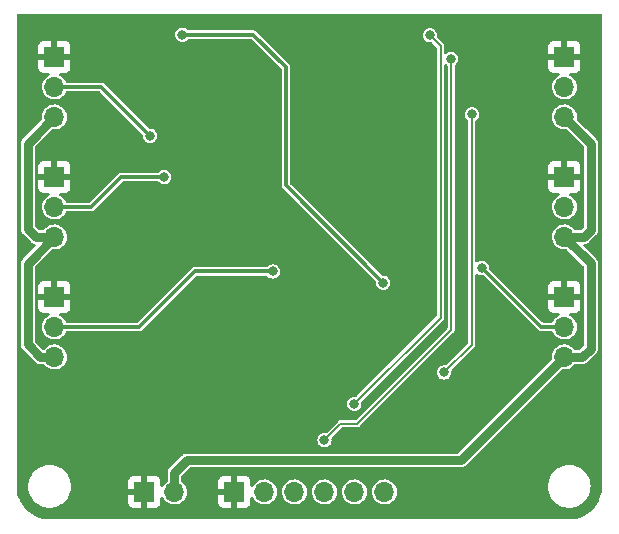
<source format=gbl>
G04 #@! TF.GenerationSoftware,KiCad,Pcbnew,(6.0.5-0)*
G04 #@! TF.CreationDate,2022-06-12T23:19:15+02:00*
G04 #@! TF.ProjectId,ESP8266-Breakout,45535038-3236-4362-9d42-7265616b6f75,1.1*
G04 #@! TF.SameCoordinates,PX2faf080PY2faf080*
G04 #@! TF.FileFunction,Copper,L2,Bot*
G04 #@! TF.FilePolarity,Positive*
%FSLAX46Y46*%
G04 Gerber Fmt 4.6, Leading zero omitted, Abs format (unit mm)*
G04 Created by KiCad (PCBNEW (6.0.5-0)) date 2022-06-12 23:19:15*
%MOMM*%
%LPD*%
G01*
G04 APERTURE LIST*
G04 #@! TA.AperFunction,ComponentPad*
%ADD10R,1.700000X1.700000*%
G04 #@! TD*
G04 #@! TA.AperFunction,ComponentPad*
%ADD11O,1.700000X1.700000*%
G04 #@! TD*
G04 #@! TA.AperFunction,ViaPad*
%ADD12C,0.800000*%
G04 #@! TD*
G04 #@! TA.AperFunction,Conductor*
%ADD13C,0.203200*%
G04 #@! TD*
G04 #@! TA.AperFunction,Conductor*
%ADD14C,0.304800*%
G04 #@! TD*
G04 #@! TA.AperFunction,Conductor*
%ADD15C,0.762000*%
G04 #@! TD*
G04 APERTURE END LIST*
D10*
G04 #@! TO.P,J8,1,Pin_1*
G04 #@! TO.N,GND*
X18650000Y-47460000D03*
D11*
G04 #@! TO.P,J8,2,Pin_2*
G04 #@! TO.N,unconnected-(J8-Pad2)*
X21190000Y-47460000D03*
G04 #@! TO.P,J8,3,Pin_3*
G04 #@! TO.N,+3V3*
X23730000Y-47460000D03*
G04 #@! TO.P,J8,4,Pin_4*
G04 #@! TO.N,TXD*
X26270000Y-47460000D03*
G04 #@! TO.P,J8,5,Pin_5*
G04 #@! TO.N,RXD*
X28810000Y-47460000D03*
G04 #@! TO.P,J8,6,Pin_6*
G04 #@! TO.N,unconnected-(J8-Pad6)*
X31350000Y-47460000D03*
G04 #@! TD*
D10*
G04 #@! TO.P,J7,1,Pin_1*
G04 #@! TO.N,GND*
X11030000Y-47460000D03*
D11*
G04 #@! TO.P,J7,2,Pin_2*
G04 #@! TO.N,+5V*
X13570000Y-47460000D03*
G04 #@! TD*
D10*
G04 #@! TO.P,J6,1,Pin_1*
G04 #@! TO.N,GND*
X3410000Y-20790000D03*
D11*
G04 #@! TO.P,J6,2,Pin_2*
G04 #@! TO.N,GPIO13*
X3410000Y-23330000D03*
G04 #@! TO.P,J6,3,Pin_3*
G04 #@! TO.N,+5V*
X3410000Y-25870000D03*
G04 #@! TD*
D10*
G04 #@! TO.P,J5,1,Pin_1*
G04 #@! TO.N,GND*
X3410000Y-10630000D03*
D11*
G04 #@! TO.P,J5,2,Pin_2*
G04 #@! TO.N,GPIO12*
X3410000Y-13170000D03*
G04 #@! TO.P,J5,3,Pin_3*
G04 #@! TO.N,+5V*
X3410000Y-15710000D03*
G04 #@! TD*
D10*
G04 #@! TO.P,J4,1,Pin_1*
G04 #@! TO.N,GND*
X46590000Y-30950000D03*
D11*
G04 #@! TO.P,J4,2,Pin_2*
G04 #@! TO.N,GPIO10*
X46590000Y-33490000D03*
G04 #@! TO.P,J4,3,Pin_3*
G04 #@! TO.N,+5V*
X46590000Y-36030000D03*
G04 #@! TD*
D10*
G04 #@! TO.P,J3,1,Pin_1*
G04 #@! TO.N,GND*
X3410000Y-30950000D03*
D11*
G04 #@! TO.P,J3,2,Pin_2*
G04 #@! TO.N,GPIO9*
X3410000Y-33490000D03*
G04 #@! TO.P,J3,3,Pin_3*
G04 #@! TO.N,+5V*
X3410000Y-36030000D03*
G04 #@! TD*
D10*
G04 #@! TO.P,J2,1,Pin_1*
G04 #@! TO.N,GND*
X46590000Y-10630000D03*
D11*
G04 #@! TO.P,J2,2,Pin_2*
G04 #@! TO.N,GPIO5*
X46590000Y-13170000D03*
G04 #@! TO.P,J2,3,Pin_3*
G04 #@! TO.N,+5V*
X46590000Y-15710000D03*
G04 #@! TD*
D10*
G04 #@! TO.P,J1,1,Pin_1*
G04 #@! TO.N,GND*
X46590000Y-20790000D03*
D11*
G04 #@! TO.P,J1,2,Pin_2*
G04 #@! TO.N,GPIO4*
X46590000Y-23330000D03*
G04 #@! TO.P,J1,3,Pin_3*
G04 #@! TO.N,+5V*
X46590000Y-25870000D03*
G04 #@! TD*
D12*
G04 #@! TO.N,/~{FLASH}*
X38750000Y-15500000D03*
X36400000Y-37350000D03*
G04 #@! TO.N,/~{RESET}*
X14250000Y-8750000D03*
X31250000Y-29750000D03*
G04 #@! TO.N,TXD*
X26275000Y-43075000D03*
X37000000Y-10800000D03*
G04 #@! TO.N,GPIO9*
X21900000Y-28800000D03*
G04 #@! TO.N,RXD*
X35200000Y-8800000D03*
X28800000Y-40000000D03*
G04 #@! TO.N,GPIO10*
X39600000Y-28500000D03*
G04 #@! TO.N,GPIO12*
X11500000Y-17300000D03*
G04 #@! TO.N,GPIO13*
X12700000Y-20800000D03*
G04 #@! TD*
D13*
G04 #@! TO.N,/~{FLASH}*
X36400000Y-37350000D02*
X38750000Y-35000000D01*
X38750000Y-35000000D02*
X38750000Y-15500000D01*
D14*
G04 #@! TO.N,/~{RESET}*
X31250000Y-29750000D02*
X23000000Y-21500000D01*
X20250000Y-8750000D02*
X14250000Y-8750000D01*
X23000000Y-21500000D02*
X23000000Y-11500000D01*
X23000000Y-11500000D02*
X20250000Y-8750000D01*
D15*
G04 #@! TO.N,+5V*
X46590000Y-36030000D02*
X48120000Y-36030000D01*
X48120000Y-36030000D02*
X48825000Y-35325000D01*
X48825000Y-35325000D02*
X48825000Y-28105000D01*
X48825000Y-28105000D02*
X46590000Y-25870000D01*
X46590000Y-25870000D02*
X48255000Y-25870000D01*
X48850000Y-17970000D02*
X46590000Y-15710000D01*
X48255000Y-25870000D02*
X48850000Y-25275000D01*
X48850000Y-25275000D02*
X48850000Y-17970000D01*
X3410000Y-25870000D02*
X1845000Y-25870000D01*
X1845000Y-25870000D02*
X1150000Y-25175000D01*
X1150000Y-17970000D02*
X3410000Y-15710000D01*
X1150000Y-25175000D02*
X1150000Y-17970000D01*
X3410000Y-36030000D02*
X2207919Y-36030000D01*
X1150000Y-34972081D02*
X1150000Y-28130000D01*
X2207919Y-36030000D02*
X1150000Y-34972081D01*
X1150000Y-28130000D02*
X3410000Y-25870000D01*
X13570000Y-47460000D02*
X13570000Y-45830000D01*
X37820000Y-44800000D02*
X46590000Y-36030000D01*
X13570000Y-45830000D02*
X14600000Y-44800000D01*
X14600000Y-44800000D02*
X37820000Y-44800000D01*
D13*
G04 #@! TO.N,TXD*
X37000000Y-10800000D02*
X37000000Y-33725000D01*
X37000000Y-33725000D02*
X29025000Y-41700000D01*
X27625000Y-41700000D02*
X26275000Y-43050000D01*
X29025000Y-41700000D02*
X27625000Y-41700000D01*
X26275000Y-43050000D02*
X26275000Y-43075000D01*
D14*
G04 #@! TO.N,GPIO9*
X21900000Y-28800000D02*
X15275000Y-28800000D01*
X15275000Y-28800000D02*
X10585000Y-33490000D01*
X10585000Y-33490000D02*
X3410000Y-33490000D01*
D13*
G04 #@! TO.N,RXD*
X28800000Y-40000000D02*
X36100000Y-32700000D01*
X36100000Y-32700000D02*
X36100000Y-9700000D01*
X36100000Y-9700000D02*
X35200000Y-8800000D01*
D14*
G04 #@! TO.N,GPIO10*
X39600000Y-28500000D02*
X39625000Y-28500000D01*
X44615000Y-33490000D02*
X45387919Y-33490000D01*
X39625000Y-28500000D02*
X44615000Y-33490000D01*
X45387919Y-33490000D02*
X46590000Y-33490000D01*
G04 #@! TO.N,GPIO12*
X11500000Y-17300000D02*
X7370000Y-13170000D01*
X7370000Y-13170000D02*
X3410000Y-13170000D01*
G04 #@! TO.N,GPIO13*
X12700000Y-20800000D02*
X9050000Y-20800000D01*
X6520000Y-23330000D02*
X3410000Y-23330000D01*
X9050000Y-20800000D02*
X6520000Y-23330000D01*
G04 #@! TD*
G04 #@! TA.AperFunction,Conductor*
G04 #@! TO.N,GND*
G36*
X49738421Y-7020002D02*
G01*
X49784914Y-7073658D01*
X49796300Y-7126000D01*
X49796300Y-46962553D01*
X49794250Y-46980612D01*
X49794241Y-46985806D01*
X49791061Y-46999635D01*
X49794193Y-47013474D01*
X49794168Y-47027665D01*
X49793598Y-47027664D01*
X49794284Y-47035899D01*
X49787037Y-47164933D01*
X49781601Y-47261743D01*
X49779114Y-47306021D01*
X49777533Y-47320057D01*
X49758601Y-47431480D01*
X49727376Y-47615259D01*
X49724232Y-47629034D01*
X49716160Y-47657053D01*
X49641337Y-47916770D01*
X49636676Y-47930089D01*
X49530105Y-48187374D01*
X49522087Y-48206732D01*
X49515958Y-48219459D01*
X49455992Y-48327960D01*
X49371119Y-48481525D01*
X49363602Y-48493489D01*
X49190328Y-48737696D01*
X49181518Y-48748742D01*
X48981998Y-48972006D01*
X48972006Y-48981998D01*
X48748742Y-49181518D01*
X48737696Y-49190328D01*
X48493489Y-49363602D01*
X48481525Y-49371119D01*
X48330752Y-49454449D01*
X48219459Y-49515958D01*
X48206736Y-49522085D01*
X47930089Y-49636676D01*
X47916770Y-49641337D01*
X47719034Y-49698304D01*
X47629034Y-49724232D01*
X47615259Y-49727376D01*
X47467660Y-49752454D01*
X47320057Y-49777533D01*
X47306025Y-49779114D01*
X47036465Y-49794252D01*
X47028382Y-49793563D01*
X47028381Y-49794266D01*
X47014195Y-49794241D01*
X47000365Y-49791061D01*
X46986524Y-49794193D01*
X46982064Y-49794185D01*
X46963135Y-49796300D01*
X3037447Y-49796300D01*
X3019388Y-49794250D01*
X3014194Y-49794241D01*
X3000365Y-49791061D01*
X2986526Y-49794193D01*
X2972335Y-49794168D01*
X2972336Y-49793598D01*
X2964101Y-49794284D01*
X2835067Y-49787037D01*
X2693975Y-49779114D01*
X2679943Y-49777533D01*
X2532340Y-49752454D01*
X2384741Y-49727376D01*
X2370966Y-49724232D01*
X2280966Y-49698304D01*
X2083230Y-49641337D01*
X2069911Y-49636676D01*
X1793264Y-49522085D01*
X1780541Y-49515958D01*
X1669248Y-49454449D01*
X1518475Y-49371119D01*
X1506511Y-49363602D01*
X1262304Y-49190328D01*
X1251258Y-49181518D01*
X1027994Y-48981998D01*
X1018002Y-48972006D01*
X818482Y-48748742D01*
X809672Y-48737696D01*
X636398Y-48493489D01*
X628881Y-48481525D01*
X544008Y-48327960D01*
X484042Y-48219459D01*
X477913Y-48206732D01*
X469895Y-48187374D01*
X363324Y-47930089D01*
X358663Y-47916770D01*
X283840Y-47657053D01*
X275768Y-47629034D01*
X272624Y-47615259D01*
X241399Y-47431480D01*
X222467Y-47320057D01*
X220886Y-47306021D01*
X205764Y-47036750D01*
X207655Y-47014908D01*
X206511Y-47014776D01*
X207327Y-47007678D01*
X208938Y-47000729D01*
X208939Y-47000000D01*
X208856Y-46999635D01*
X1191061Y-46999635D01*
X1191947Y-47003550D01*
X1210099Y-47257349D01*
X1211055Y-47261743D01*
X1261376Y-47493066D01*
X1264942Y-47509459D01*
X1355106Y-47751198D01*
X1478755Y-47977645D01*
X1633373Y-48184189D01*
X1815811Y-48366627D01*
X2022355Y-48521245D01*
X2248802Y-48644894D01*
X2253014Y-48646465D01*
X2486323Y-48733485D01*
X2486326Y-48733486D01*
X2490541Y-48735058D01*
X2494932Y-48736013D01*
X2494938Y-48736015D01*
X2682525Y-48776822D01*
X2742651Y-48789901D01*
X3000000Y-48808307D01*
X3004488Y-48807986D01*
X3252861Y-48790222D01*
X3257349Y-48789901D01*
X3317475Y-48776822D01*
X3505062Y-48736015D01*
X3505068Y-48736013D01*
X3509459Y-48735058D01*
X3513674Y-48733486D01*
X3513677Y-48733485D01*
X3746986Y-48646465D01*
X3751198Y-48644894D01*
X3977645Y-48521245D01*
X4184189Y-48366627D01*
X4196147Y-48354669D01*
X9672001Y-48354669D01*
X9672371Y-48361490D01*
X9677895Y-48412352D01*
X9681521Y-48427604D01*
X9726676Y-48548054D01*
X9735214Y-48563649D01*
X9811715Y-48665724D01*
X9824276Y-48678285D01*
X9926351Y-48754786D01*
X9941946Y-48763324D01*
X10062394Y-48808478D01*
X10077649Y-48812105D01*
X10128514Y-48817631D01*
X10135328Y-48818000D01*
X10757885Y-48818000D01*
X10773124Y-48813525D01*
X10774329Y-48812135D01*
X10776000Y-48804452D01*
X10776000Y-48799884D01*
X11284000Y-48799884D01*
X11288475Y-48815123D01*
X11289865Y-48816328D01*
X11297548Y-48817999D01*
X11924669Y-48817999D01*
X11931490Y-48817629D01*
X11982352Y-48812105D01*
X11997604Y-48808479D01*
X12118054Y-48763324D01*
X12133649Y-48754786D01*
X12235724Y-48678285D01*
X12248285Y-48665724D01*
X12324786Y-48563649D01*
X12333324Y-48548054D01*
X12378478Y-48427606D01*
X12382105Y-48412351D01*
X12387631Y-48361486D01*
X12388000Y-48354672D01*
X12388000Y-47986192D01*
X12408002Y-47918071D01*
X12461658Y-47871578D01*
X12531932Y-47861474D01*
X12596512Y-47890968D01*
X12626067Y-47928598D01*
X12680010Y-48033560D01*
X12683835Y-48038386D01*
X12683837Y-48038389D01*
X12756154Y-48129630D01*
X12808364Y-48195503D01*
X12965730Y-48329431D01*
X13146111Y-48430243D01*
X13342639Y-48494099D01*
X13547826Y-48518566D01*
X13553961Y-48518094D01*
X13553963Y-48518094D01*
X13747715Y-48503185D01*
X13747718Y-48503184D01*
X13753858Y-48502712D01*
X13952887Y-48447143D01*
X14135954Y-48354669D01*
X17292001Y-48354669D01*
X17292371Y-48361490D01*
X17297895Y-48412352D01*
X17301521Y-48427604D01*
X17346676Y-48548054D01*
X17355214Y-48563649D01*
X17431715Y-48665724D01*
X17444276Y-48678285D01*
X17546351Y-48754786D01*
X17561946Y-48763324D01*
X17682394Y-48808478D01*
X17697649Y-48812105D01*
X17748514Y-48817631D01*
X17755328Y-48818000D01*
X18377885Y-48818000D01*
X18393124Y-48813525D01*
X18394329Y-48812135D01*
X18396000Y-48804452D01*
X18396000Y-48799884D01*
X18904000Y-48799884D01*
X18908475Y-48815123D01*
X18909865Y-48816328D01*
X18917548Y-48817999D01*
X19544669Y-48817999D01*
X19551490Y-48817629D01*
X19602352Y-48812105D01*
X19617604Y-48808479D01*
X19738054Y-48763324D01*
X19753649Y-48754786D01*
X19855724Y-48678285D01*
X19868285Y-48665724D01*
X19944786Y-48563649D01*
X19953324Y-48548054D01*
X19998478Y-48427606D01*
X20002105Y-48412351D01*
X20007631Y-48361486D01*
X20008000Y-48354672D01*
X20008000Y-47986192D01*
X20028002Y-47918071D01*
X20081658Y-47871578D01*
X20151932Y-47861474D01*
X20216512Y-47890968D01*
X20246067Y-47928598D01*
X20300010Y-48033560D01*
X20303835Y-48038386D01*
X20303837Y-48038389D01*
X20376154Y-48129630D01*
X20428364Y-48195503D01*
X20585730Y-48329431D01*
X20766111Y-48430243D01*
X20962639Y-48494099D01*
X21167826Y-48518566D01*
X21173961Y-48518094D01*
X21173963Y-48518094D01*
X21367715Y-48503185D01*
X21367718Y-48503184D01*
X21373858Y-48502712D01*
X21572887Y-48447143D01*
X21757332Y-48353973D01*
X21784899Y-48332436D01*
X21915307Y-48230550D01*
X21915308Y-48230549D01*
X21920168Y-48226752D01*
X22055191Y-48070325D01*
X22157260Y-47890652D01*
X22222486Y-47694575D01*
X22248385Y-47489563D01*
X22248798Y-47460000D01*
X22247348Y-47445217D01*
X22671305Y-47445217D01*
X22671821Y-47451361D01*
X22688080Y-47644994D01*
X22688081Y-47644999D01*
X22688596Y-47651133D01*
X22745555Y-47849770D01*
X22840010Y-48033560D01*
X22843835Y-48038386D01*
X22843837Y-48038389D01*
X22916154Y-48129630D01*
X22968364Y-48195503D01*
X23125730Y-48329431D01*
X23306111Y-48430243D01*
X23502639Y-48494099D01*
X23707826Y-48518566D01*
X23713961Y-48518094D01*
X23713963Y-48518094D01*
X23907715Y-48503185D01*
X23907718Y-48503184D01*
X23913858Y-48502712D01*
X24112887Y-48447143D01*
X24297332Y-48353973D01*
X24324899Y-48332436D01*
X24455307Y-48230550D01*
X24455308Y-48230549D01*
X24460168Y-48226752D01*
X24595191Y-48070325D01*
X24697260Y-47890652D01*
X24762486Y-47694575D01*
X24788385Y-47489563D01*
X24788798Y-47460000D01*
X24787348Y-47445217D01*
X25211305Y-47445217D01*
X25211821Y-47451361D01*
X25228080Y-47644994D01*
X25228081Y-47644999D01*
X25228596Y-47651133D01*
X25285555Y-47849770D01*
X25380010Y-48033560D01*
X25383835Y-48038386D01*
X25383837Y-48038389D01*
X25456154Y-48129630D01*
X25508364Y-48195503D01*
X25665730Y-48329431D01*
X25846111Y-48430243D01*
X26042639Y-48494099D01*
X26247826Y-48518566D01*
X26253961Y-48518094D01*
X26253963Y-48518094D01*
X26447715Y-48503185D01*
X26447718Y-48503184D01*
X26453858Y-48502712D01*
X26652887Y-48447143D01*
X26837332Y-48353973D01*
X26864899Y-48332436D01*
X26995307Y-48230550D01*
X26995308Y-48230549D01*
X27000168Y-48226752D01*
X27135191Y-48070325D01*
X27237260Y-47890652D01*
X27302486Y-47694575D01*
X27328385Y-47489563D01*
X27328798Y-47460000D01*
X27327348Y-47445217D01*
X27751305Y-47445217D01*
X27751821Y-47451361D01*
X27768080Y-47644994D01*
X27768081Y-47644999D01*
X27768596Y-47651133D01*
X27825555Y-47849770D01*
X27920010Y-48033560D01*
X27923835Y-48038386D01*
X27923837Y-48038389D01*
X27996154Y-48129630D01*
X28048364Y-48195503D01*
X28205730Y-48329431D01*
X28386111Y-48430243D01*
X28582639Y-48494099D01*
X28787826Y-48518566D01*
X28793961Y-48518094D01*
X28793963Y-48518094D01*
X28987715Y-48503185D01*
X28987718Y-48503184D01*
X28993858Y-48502712D01*
X29192887Y-48447143D01*
X29377332Y-48353973D01*
X29404899Y-48332436D01*
X29535307Y-48230550D01*
X29535308Y-48230549D01*
X29540168Y-48226752D01*
X29675191Y-48070325D01*
X29777260Y-47890652D01*
X29842486Y-47694575D01*
X29868385Y-47489563D01*
X29868798Y-47460000D01*
X29867348Y-47445217D01*
X30291305Y-47445217D01*
X30291821Y-47451361D01*
X30308080Y-47644994D01*
X30308081Y-47644999D01*
X30308596Y-47651133D01*
X30365555Y-47849770D01*
X30460010Y-48033560D01*
X30463835Y-48038386D01*
X30463837Y-48038389D01*
X30536154Y-48129630D01*
X30588364Y-48195503D01*
X30745730Y-48329431D01*
X30926111Y-48430243D01*
X31122639Y-48494099D01*
X31327826Y-48518566D01*
X31333961Y-48518094D01*
X31333963Y-48518094D01*
X31527715Y-48503185D01*
X31527718Y-48503184D01*
X31533858Y-48502712D01*
X31732887Y-48447143D01*
X31917332Y-48353973D01*
X31944899Y-48332436D01*
X32075307Y-48230550D01*
X32075308Y-48230549D01*
X32080168Y-48226752D01*
X32215191Y-48070325D01*
X32317260Y-47890652D01*
X32382486Y-47694575D01*
X32408385Y-47489563D01*
X32408798Y-47460000D01*
X32388633Y-47254345D01*
X32377790Y-47218429D01*
X32330688Y-47062422D01*
X32328907Y-47056523D01*
X32298659Y-46999635D01*
X45191061Y-46999635D01*
X45191947Y-47003550D01*
X45210099Y-47257349D01*
X45211055Y-47261743D01*
X45261376Y-47493066D01*
X45264942Y-47509459D01*
X45355106Y-47751198D01*
X45478755Y-47977645D01*
X45633373Y-48184189D01*
X45815811Y-48366627D01*
X46022355Y-48521245D01*
X46248802Y-48644894D01*
X46253014Y-48646465D01*
X46486323Y-48733485D01*
X46486326Y-48733486D01*
X46490541Y-48735058D01*
X46494932Y-48736013D01*
X46494938Y-48736015D01*
X46682525Y-48776822D01*
X46742651Y-48789901D01*
X47000000Y-48808307D01*
X47004488Y-48807986D01*
X47252861Y-48790222D01*
X47257349Y-48789901D01*
X47317475Y-48776822D01*
X47505062Y-48736015D01*
X47505068Y-48736013D01*
X47509459Y-48735058D01*
X47513674Y-48733486D01*
X47513677Y-48733485D01*
X47746986Y-48646465D01*
X47751198Y-48644894D01*
X47977645Y-48521245D01*
X48184189Y-48366627D01*
X48366627Y-48184189D01*
X48521245Y-47977645D01*
X48644894Y-47751198D01*
X48735058Y-47509459D01*
X48738625Y-47493066D01*
X48788945Y-47261743D01*
X48789901Y-47257349D01*
X48807950Y-47004992D01*
X48808698Y-47005045D01*
X48808450Y-47002833D01*
X48808938Y-47000729D01*
X48808939Y-47000000D01*
X48808455Y-46997879D01*
X48808681Y-46995915D01*
X48808018Y-46995962D01*
X48790222Y-46747139D01*
X48789901Y-46742651D01*
X48755001Y-46582217D01*
X48736015Y-46494938D01*
X48736013Y-46494932D01*
X48735058Y-46490541D01*
X48732594Y-46483933D01*
X48646465Y-46253014D01*
X48644894Y-46248802D01*
X48521245Y-46022355D01*
X48366627Y-45815811D01*
X48184189Y-45633373D01*
X47977645Y-45478755D01*
X47869195Y-45419537D01*
X47755143Y-45357260D01*
X47755142Y-45357259D01*
X47751198Y-45355106D01*
X47678497Y-45327990D01*
X47513677Y-45266515D01*
X47513674Y-45266514D01*
X47509459Y-45264942D01*
X47505068Y-45263987D01*
X47505062Y-45263985D01*
X47289132Y-45217013D01*
X47257349Y-45210099D01*
X47000000Y-45191693D01*
X46742651Y-45210099D01*
X46710868Y-45217013D01*
X46494938Y-45263985D01*
X46494932Y-45263987D01*
X46490541Y-45264942D01*
X46486326Y-45266514D01*
X46486323Y-45266515D01*
X46321503Y-45327990D01*
X46248802Y-45355106D01*
X46244858Y-45357259D01*
X46244857Y-45357260D01*
X46130805Y-45419537D01*
X46022355Y-45478755D01*
X45815811Y-45633373D01*
X45633373Y-45815811D01*
X45478755Y-46022355D01*
X45355106Y-46248802D01*
X45353535Y-46253014D01*
X45267407Y-46483933D01*
X45264942Y-46490541D01*
X45263987Y-46494932D01*
X45263985Y-46494938D01*
X45244999Y-46582217D01*
X45210099Y-46742651D01*
X45192016Y-46995481D01*
X45191061Y-46999635D01*
X32298659Y-46999635D01*
X32231895Y-46874070D01*
X32228005Y-46869300D01*
X32228002Y-46869296D01*
X32105187Y-46718710D01*
X32105184Y-46718707D01*
X32101292Y-46713935D01*
X32096543Y-46710006D01*
X31946822Y-46586146D01*
X31946819Y-46586144D01*
X31942072Y-46582217D01*
X31760301Y-46483933D01*
X31661601Y-46453381D01*
X31568788Y-46424650D01*
X31568785Y-46424649D01*
X31562901Y-46422828D01*
X31556776Y-46422184D01*
X31556775Y-46422184D01*
X31363520Y-46401872D01*
X31363519Y-46401872D01*
X31357392Y-46401228D01*
X31230582Y-46412768D01*
X31157742Y-46419397D01*
X31157741Y-46419397D01*
X31151601Y-46419956D01*
X30953367Y-46478300D01*
X30770241Y-46574036D01*
X30765441Y-46577896D01*
X30765440Y-46577896D01*
X30765023Y-46578231D01*
X30609198Y-46703518D01*
X30476371Y-46861814D01*
X30473408Y-46867203D01*
X30473405Y-46867208D01*
X30392207Y-47014908D01*
X30376821Y-47042895D01*
X30314339Y-47239864D01*
X30313653Y-47245981D01*
X30313652Y-47245985D01*
X30306918Y-47306021D01*
X30291305Y-47445217D01*
X29867348Y-47445217D01*
X29848633Y-47254345D01*
X29837790Y-47218429D01*
X29790688Y-47062422D01*
X29788907Y-47056523D01*
X29691895Y-46874070D01*
X29688005Y-46869300D01*
X29688002Y-46869296D01*
X29565187Y-46718710D01*
X29565184Y-46718707D01*
X29561292Y-46713935D01*
X29556543Y-46710006D01*
X29406822Y-46586146D01*
X29406819Y-46586144D01*
X29402072Y-46582217D01*
X29220301Y-46483933D01*
X29121601Y-46453381D01*
X29028788Y-46424650D01*
X29028785Y-46424649D01*
X29022901Y-46422828D01*
X29016776Y-46422184D01*
X29016775Y-46422184D01*
X28823520Y-46401872D01*
X28823519Y-46401872D01*
X28817392Y-46401228D01*
X28690582Y-46412768D01*
X28617742Y-46419397D01*
X28617741Y-46419397D01*
X28611601Y-46419956D01*
X28413367Y-46478300D01*
X28230241Y-46574036D01*
X28225441Y-46577896D01*
X28225440Y-46577896D01*
X28225023Y-46578231D01*
X28069198Y-46703518D01*
X27936371Y-46861814D01*
X27933408Y-46867203D01*
X27933405Y-46867208D01*
X27852207Y-47014908D01*
X27836821Y-47042895D01*
X27774339Y-47239864D01*
X27773653Y-47245981D01*
X27773652Y-47245985D01*
X27766918Y-47306021D01*
X27751305Y-47445217D01*
X27327348Y-47445217D01*
X27308633Y-47254345D01*
X27297790Y-47218429D01*
X27250688Y-47062422D01*
X27248907Y-47056523D01*
X27151895Y-46874070D01*
X27148005Y-46869300D01*
X27148002Y-46869296D01*
X27025187Y-46718710D01*
X27025184Y-46718707D01*
X27021292Y-46713935D01*
X27016543Y-46710006D01*
X26866822Y-46586146D01*
X26866819Y-46586144D01*
X26862072Y-46582217D01*
X26680301Y-46483933D01*
X26581601Y-46453381D01*
X26488788Y-46424650D01*
X26488785Y-46424649D01*
X26482901Y-46422828D01*
X26476776Y-46422184D01*
X26476775Y-46422184D01*
X26283520Y-46401872D01*
X26283519Y-46401872D01*
X26277392Y-46401228D01*
X26150582Y-46412768D01*
X26077742Y-46419397D01*
X26077741Y-46419397D01*
X26071601Y-46419956D01*
X25873367Y-46478300D01*
X25690241Y-46574036D01*
X25685441Y-46577896D01*
X25685440Y-46577896D01*
X25685023Y-46578231D01*
X25529198Y-46703518D01*
X25396371Y-46861814D01*
X25393408Y-46867203D01*
X25393405Y-46867208D01*
X25312207Y-47014908D01*
X25296821Y-47042895D01*
X25234339Y-47239864D01*
X25233653Y-47245981D01*
X25233652Y-47245985D01*
X25226918Y-47306021D01*
X25211305Y-47445217D01*
X24787348Y-47445217D01*
X24768633Y-47254345D01*
X24757790Y-47218429D01*
X24710688Y-47062422D01*
X24708907Y-47056523D01*
X24611895Y-46874070D01*
X24608005Y-46869300D01*
X24608002Y-46869296D01*
X24485187Y-46718710D01*
X24485184Y-46718707D01*
X24481292Y-46713935D01*
X24476543Y-46710006D01*
X24326822Y-46586146D01*
X24326819Y-46586144D01*
X24322072Y-46582217D01*
X24140301Y-46483933D01*
X24041601Y-46453381D01*
X23948788Y-46424650D01*
X23948785Y-46424649D01*
X23942901Y-46422828D01*
X23936776Y-46422184D01*
X23936775Y-46422184D01*
X23743520Y-46401872D01*
X23743519Y-46401872D01*
X23737392Y-46401228D01*
X23610582Y-46412768D01*
X23537742Y-46419397D01*
X23537741Y-46419397D01*
X23531601Y-46419956D01*
X23333367Y-46478300D01*
X23150241Y-46574036D01*
X23145441Y-46577896D01*
X23145440Y-46577896D01*
X23145023Y-46578231D01*
X22989198Y-46703518D01*
X22856371Y-46861814D01*
X22853408Y-46867203D01*
X22853405Y-46867208D01*
X22772207Y-47014908D01*
X22756821Y-47042895D01*
X22694339Y-47239864D01*
X22693653Y-47245981D01*
X22693652Y-47245985D01*
X22686918Y-47306021D01*
X22671305Y-47445217D01*
X22247348Y-47445217D01*
X22228633Y-47254345D01*
X22217790Y-47218429D01*
X22170688Y-47062422D01*
X22168907Y-47056523D01*
X22071895Y-46874070D01*
X22068005Y-46869300D01*
X22068002Y-46869296D01*
X21945187Y-46718710D01*
X21945184Y-46718707D01*
X21941292Y-46713935D01*
X21936543Y-46710006D01*
X21786822Y-46586146D01*
X21786819Y-46586144D01*
X21782072Y-46582217D01*
X21600301Y-46483933D01*
X21501601Y-46453381D01*
X21408788Y-46424650D01*
X21408785Y-46424649D01*
X21402901Y-46422828D01*
X21396776Y-46422184D01*
X21396775Y-46422184D01*
X21203520Y-46401872D01*
X21203519Y-46401872D01*
X21197392Y-46401228D01*
X21070582Y-46412768D01*
X20997742Y-46419397D01*
X20997741Y-46419397D01*
X20991601Y-46419956D01*
X20793367Y-46478300D01*
X20610241Y-46574036D01*
X20605441Y-46577896D01*
X20605440Y-46577896D01*
X20605023Y-46578231D01*
X20449198Y-46703518D01*
X20316371Y-46861814D01*
X20313408Y-46867203D01*
X20313405Y-46867208D01*
X20244414Y-46992703D01*
X20194068Y-47042762D01*
X20124651Y-47057655D01*
X20058202Y-47032654D01*
X20015818Y-46975697D01*
X20007999Y-46932002D01*
X20007999Y-46565331D01*
X20007629Y-46558510D01*
X20002105Y-46507648D01*
X19998479Y-46492396D01*
X19953324Y-46371946D01*
X19944786Y-46356351D01*
X19868285Y-46254276D01*
X19855724Y-46241715D01*
X19753649Y-46165214D01*
X19738054Y-46156676D01*
X19617606Y-46111522D01*
X19602351Y-46107895D01*
X19551486Y-46102369D01*
X19544672Y-46102000D01*
X18922115Y-46102000D01*
X18906876Y-46106475D01*
X18905671Y-46107865D01*
X18904000Y-46115548D01*
X18904000Y-48799884D01*
X18396000Y-48799884D01*
X18396000Y-47732115D01*
X18391525Y-47716876D01*
X18390135Y-47715671D01*
X18382452Y-47714000D01*
X17310116Y-47714000D01*
X17294877Y-47718475D01*
X17293672Y-47719865D01*
X17292001Y-47727548D01*
X17292001Y-48354669D01*
X14135954Y-48354669D01*
X14137332Y-48353973D01*
X14164899Y-48332436D01*
X14295307Y-48230550D01*
X14295308Y-48230549D01*
X14300168Y-48226752D01*
X14435191Y-48070325D01*
X14537260Y-47890652D01*
X14602486Y-47694575D01*
X14628385Y-47489563D01*
X14628798Y-47460000D01*
X14608633Y-47254345D01*
X14597790Y-47218429D01*
X14588568Y-47187885D01*
X17292000Y-47187885D01*
X17296475Y-47203124D01*
X17297865Y-47204329D01*
X17305548Y-47206000D01*
X18377885Y-47206000D01*
X18393124Y-47201525D01*
X18394329Y-47200135D01*
X18396000Y-47192452D01*
X18396000Y-46120116D01*
X18391525Y-46104877D01*
X18390135Y-46103672D01*
X18382452Y-46102001D01*
X17755331Y-46102001D01*
X17748510Y-46102371D01*
X17697648Y-46107895D01*
X17682396Y-46111521D01*
X17561946Y-46156676D01*
X17546351Y-46165214D01*
X17444276Y-46241715D01*
X17431715Y-46254276D01*
X17355214Y-46356351D01*
X17346676Y-46371946D01*
X17301522Y-46492394D01*
X17297895Y-46507649D01*
X17292369Y-46558514D01*
X17292000Y-46565328D01*
X17292000Y-47187885D01*
X14588568Y-47187885D01*
X14550688Y-47062422D01*
X14548907Y-47056523D01*
X14451895Y-46874070D01*
X14448005Y-46869300D01*
X14448002Y-46869296D01*
X14325187Y-46718710D01*
X14325184Y-46718707D01*
X14321292Y-46713935D01*
X14314405Y-46708237D01*
X14200385Y-46613912D01*
X14160646Y-46555078D01*
X14154700Y-46516827D01*
X14154700Y-46124380D01*
X14174702Y-46056259D01*
X14191605Y-46035285D01*
X14805285Y-45421605D01*
X14867597Y-45387579D01*
X14894380Y-45384700D01*
X37773422Y-45384700D01*
X37789869Y-45385778D01*
X37820000Y-45389745D01*
X37858319Y-45384700D01*
X37858324Y-45384700D01*
X37964449Y-45370728D01*
X37972637Y-45369650D01*
X38073213Y-45327990D01*
X38114873Y-45310734D01*
X38180534Y-45260350D01*
X38237013Y-45217013D01*
X38242039Y-45210463D01*
X38242043Y-45210459D01*
X38255523Y-45192891D01*
X38266391Y-45180499D01*
X46337381Y-37109509D01*
X46399693Y-37075483D01*
X46441394Y-37073490D01*
X46567826Y-37088566D01*
X46573961Y-37088094D01*
X46573963Y-37088094D01*
X46767715Y-37073185D01*
X46767718Y-37073184D01*
X46773858Y-37072712D01*
X46972887Y-37017143D01*
X47157332Y-36923973D01*
X47169569Y-36914413D01*
X47315307Y-36800550D01*
X47315308Y-36800549D01*
X47320168Y-36796752D01*
X47439616Y-36658369D01*
X47499269Y-36619872D01*
X47534998Y-36614700D01*
X48073422Y-36614700D01*
X48089869Y-36615778D01*
X48120000Y-36619745D01*
X48158319Y-36614700D01*
X48158324Y-36614700D01*
X48264449Y-36600728D01*
X48272637Y-36599650D01*
X48373213Y-36557990D01*
X48414873Y-36540734D01*
X48459386Y-36506577D01*
X48537013Y-36447013D01*
X48555520Y-36422894D01*
X48566388Y-36410502D01*
X49205511Y-35771380D01*
X49217903Y-35760513D01*
X49235463Y-35747039D01*
X49242013Y-35742013D01*
X49335734Y-35619872D01*
X49394650Y-35477637D01*
X49399069Y-35444070D01*
X49414746Y-35325000D01*
X49410778Y-35294862D01*
X49409700Y-35278415D01*
X49409700Y-28151578D01*
X49410778Y-28135131D01*
X49413667Y-28113188D01*
X49414745Y-28105000D01*
X49409623Y-28066095D01*
X49394650Y-27952363D01*
X49379174Y-27914999D01*
X49360138Y-27869043D01*
X49338894Y-27817757D01*
X49335734Y-27810127D01*
X49265542Y-27718651D01*
X49242013Y-27687987D01*
X49217893Y-27669479D01*
X49205503Y-27658612D01*
X48216196Y-26669306D01*
X48182171Y-26606994D01*
X48187235Y-26536179D01*
X48229782Y-26479343D01*
X48288845Y-26455289D01*
X48293319Y-26454700D01*
X48293323Y-26454700D01*
X48399449Y-26440728D01*
X48407637Y-26439650D01*
X48508213Y-26397990D01*
X48549873Y-26380734D01*
X48594386Y-26346577D01*
X48672013Y-26287013D01*
X48677040Y-26280462D01*
X48677043Y-26280459D01*
X48690523Y-26262891D01*
X48701391Y-26250499D01*
X49230503Y-25721387D01*
X49242895Y-25710519D01*
X49260460Y-25697041D01*
X49267013Y-25692013D01*
X49272039Y-25685463D01*
X49272043Y-25685459D01*
X49343744Y-25592015D01*
X49343745Y-25592013D01*
X49355708Y-25576423D01*
X49355708Y-25576422D01*
X49360734Y-25569873D01*
X49363894Y-25562245D01*
X49402155Y-25469874D01*
X49416490Y-25435266D01*
X49416490Y-25435265D01*
X49419650Y-25427637D01*
X49434700Y-25313321D01*
X49434700Y-25313319D01*
X49439745Y-25275000D01*
X49435778Y-25244867D01*
X49434700Y-25228421D01*
X49434700Y-18016586D01*
X49435778Y-18000139D01*
X49438668Y-17978188D01*
X49439746Y-17970000D01*
X49419650Y-17817363D01*
X49360734Y-17675128D01*
X49290543Y-17583652D01*
X49290542Y-17583651D01*
X49267013Y-17552987D01*
X49260461Y-17547959D01*
X49242894Y-17534480D01*
X49230503Y-17523612D01*
X48450990Y-16744099D01*
X47669383Y-15962493D01*
X47635358Y-15900181D01*
X47633472Y-15857609D01*
X47643470Y-15778472D01*
X47647943Y-15743064D01*
X47647943Y-15743059D01*
X47648385Y-15739563D01*
X47648798Y-15710000D01*
X47628633Y-15504345D01*
X47568907Y-15306523D01*
X47513956Y-15203176D01*
X47474789Y-15129512D01*
X47474787Y-15129509D01*
X47471895Y-15124070D01*
X47468005Y-15119300D01*
X47468002Y-15119296D01*
X47345187Y-14968710D01*
X47345184Y-14968707D01*
X47341292Y-14963935D01*
X47336543Y-14960006D01*
X47186822Y-14836146D01*
X47186819Y-14836144D01*
X47182072Y-14832217D01*
X47000301Y-14733933D01*
X46901601Y-14703381D01*
X46808788Y-14674650D01*
X46808785Y-14674649D01*
X46802901Y-14672828D01*
X46796776Y-14672184D01*
X46796775Y-14672184D01*
X46603520Y-14651872D01*
X46603519Y-14651872D01*
X46597392Y-14651228D01*
X46470582Y-14662768D01*
X46397742Y-14669397D01*
X46397741Y-14669397D01*
X46391601Y-14669956D01*
X46193367Y-14728300D01*
X46010241Y-14824036D01*
X45849198Y-14953518D01*
X45845239Y-14958236D01*
X45845238Y-14958237D01*
X45746438Y-15075982D01*
X45716371Y-15111814D01*
X45713408Y-15117203D01*
X45713405Y-15117208D01*
X45709633Y-15124070D01*
X45616821Y-15292895D01*
X45554339Y-15489864D01*
X45553653Y-15495981D01*
X45553652Y-15495985D01*
X45536443Y-15649409D01*
X45531305Y-15695217D01*
X45531821Y-15701361D01*
X45548080Y-15894994D01*
X45548081Y-15894999D01*
X45548596Y-15901133D01*
X45559298Y-15938455D01*
X45602415Y-16088819D01*
X45605555Y-16099770D01*
X45700010Y-16283560D01*
X45703835Y-16288386D01*
X45703837Y-16288389D01*
X45824535Y-16440672D01*
X45828364Y-16445503D01*
X45985730Y-16579431D01*
X46166111Y-16680243D01*
X46362639Y-16744099D01*
X46567826Y-16768566D01*
X46573961Y-16768094D01*
X46573963Y-16768094D01*
X46628980Y-16763860D01*
X46745757Y-16754874D01*
X46815209Y-16769591D01*
X46844517Y-16791408D01*
X48228395Y-18175286D01*
X48262421Y-18237598D01*
X48265300Y-18264381D01*
X48265300Y-24980620D01*
X48245298Y-25048741D01*
X48228395Y-25069715D01*
X48049715Y-25248395D01*
X47987403Y-25282421D01*
X47960620Y-25285300D01*
X47532728Y-25285300D01*
X47464607Y-25265298D01*
X47435085Y-25238936D01*
X47345187Y-25128710D01*
X47345184Y-25128707D01*
X47341292Y-25123935D01*
X47336543Y-25120006D01*
X47186822Y-24996146D01*
X47186819Y-24996144D01*
X47182072Y-24992217D01*
X47000301Y-24893933D01*
X46901601Y-24863381D01*
X46808788Y-24834650D01*
X46808785Y-24834649D01*
X46802901Y-24832828D01*
X46796776Y-24832184D01*
X46796775Y-24832184D01*
X46603520Y-24811872D01*
X46603519Y-24811872D01*
X46597392Y-24811228D01*
X46470582Y-24822768D01*
X46397742Y-24829397D01*
X46397741Y-24829397D01*
X46391601Y-24829956D01*
X46193367Y-24888300D01*
X46010241Y-24984036D01*
X45849198Y-25113518D01*
X45845239Y-25118236D01*
X45845238Y-25118237D01*
X45765454Y-25213319D01*
X45716371Y-25271814D01*
X45713408Y-25277203D01*
X45713405Y-25277208D01*
X45706641Y-25289512D01*
X45616821Y-25452895D01*
X45554339Y-25649864D01*
X45553653Y-25655981D01*
X45553652Y-25655985D01*
X45546316Y-25721387D01*
X45531305Y-25855217D01*
X45531821Y-25861361D01*
X45548080Y-26054994D01*
X45548081Y-26054999D01*
X45548596Y-26061133D01*
X45550294Y-26067053D01*
X45602899Y-26250507D01*
X45605555Y-26259770D01*
X45629322Y-26306015D01*
X45696377Y-26436490D01*
X45700010Y-26443560D01*
X45703835Y-26448386D01*
X45703837Y-26448389D01*
X45824535Y-26600672D01*
X45828364Y-26605503D01*
X45985730Y-26739431D01*
X46166111Y-26840243D01*
X46362639Y-26904099D01*
X46567826Y-26928566D01*
X46573961Y-26928094D01*
X46573963Y-26928094D01*
X46628980Y-26923860D01*
X46745757Y-26914874D01*
X46815209Y-26929591D01*
X46844517Y-26951408D01*
X48203395Y-28310286D01*
X48237421Y-28372598D01*
X48240300Y-28399381D01*
X48240300Y-35030618D01*
X48220298Y-35098739D01*
X48203396Y-35119713D01*
X47914715Y-35408395D01*
X47852402Y-35442420D01*
X47825619Y-35445300D01*
X47532728Y-35445300D01*
X47464607Y-35425298D01*
X47435085Y-35398936D01*
X47345187Y-35288710D01*
X47345184Y-35288707D01*
X47341292Y-35283935D01*
X47336543Y-35280006D01*
X47186822Y-35156146D01*
X47186819Y-35156144D01*
X47182072Y-35152217D01*
X47000301Y-35053933D01*
X46901601Y-35023380D01*
X46808788Y-34994650D01*
X46808785Y-34994649D01*
X46802901Y-34992828D01*
X46796776Y-34992184D01*
X46796775Y-34992184D01*
X46603520Y-34971872D01*
X46603519Y-34971872D01*
X46597392Y-34971228D01*
X46511518Y-34979043D01*
X46397742Y-34989397D01*
X46397741Y-34989397D01*
X46391601Y-34989956D01*
X46193367Y-35048300D01*
X46010241Y-35144036D01*
X45849198Y-35273518D01*
X45845239Y-35278236D01*
X45845238Y-35278237D01*
X45747997Y-35394124D01*
X45716371Y-35431814D01*
X45713408Y-35437203D01*
X45713405Y-35437208D01*
X45619788Y-35607498D01*
X45616821Y-35612895D01*
X45554339Y-35809864D01*
X45553653Y-35815981D01*
X45553652Y-35815985D01*
X45531992Y-36009092D01*
X45531305Y-36015217D01*
X45531821Y-36021361D01*
X45545513Y-36184422D01*
X45531281Y-36253978D01*
X45509050Y-36284060D01*
X37614715Y-44178395D01*
X37552403Y-44212421D01*
X37525620Y-44215300D01*
X14646578Y-44215300D01*
X14630131Y-44214222D01*
X14608188Y-44211333D01*
X14600000Y-44210255D01*
X14561681Y-44215300D01*
X14561676Y-44215300D01*
X14455551Y-44229272D01*
X14447363Y-44230350D01*
X14346787Y-44272010D01*
X14305127Y-44289266D01*
X14260614Y-44323423D01*
X14182987Y-44382987D01*
X14177961Y-44389537D01*
X14177957Y-44389541D01*
X14164477Y-44407109D01*
X14153609Y-44419501D01*
X13189497Y-45383613D01*
X13177106Y-45394480D01*
X13152987Y-45412987D01*
X13147961Y-45419537D01*
X13102523Y-45478754D01*
X13102522Y-45478755D01*
X13070294Y-45520754D01*
X13070293Y-45520756D01*
X13059266Y-45535127D01*
X13059266Y-45535128D01*
X13053225Y-45549713D01*
X13053224Y-45549714D01*
X13019689Y-45630675D01*
X13000350Y-45677363D01*
X12990012Y-45755888D01*
X12980255Y-45830000D01*
X12981333Y-45838188D01*
X12984222Y-45860133D01*
X12985300Y-45876579D01*
X12985300Y-46517639D01*
X12965298Y-46585760D01*
X12938252Y-46615835D01*
X12834004Y-46699653D01*
X12833999Y-46699658D01*
X12829198Y-46703518D01*
X12696371Y-46861814D01*
X12693408Y-46867203D01*
X12693405Y-46867208D01*
X12624414Y-46992703D01*
X12574068Y-47042762D01*
X12504651Y-47057655D01*
X12438202Y-47032654D01*
X12395818Y-46975697D01*
X12387999Y-46932002D01*
X12387999Y-46565331D01*
X12387629Y-46558510D01*
X12382105Y-46507648D01*
X12378479Y-46492396D01*
X12333324Y-46371946D01*
X12324786Y-46356351D01*
X12248285Y-46254276D01*
X12235724Y-46241715D01*
X12133649Y-46165214D01*
X12118054Y-46156676D01*
X11997606Y-46111522D01*
X11982351Y-46107895D01*
X11931486Y-46102369D01*
X11924672Y-46102000D01*
X11302115Y-46102000D01*
X11286876Y-46106475D01*
X11285671Y-46107865D01*
X11284000Y-46115548D01*
X11284000Y-48799884D01*
X10776000Y-48799884D01*
X10776000Y-47732115D01*
X10771525Y-47716876D01*
X10770135Y-47715671D01*
X10762452Y-47714000D01*
X9690116Y-47714000D01*
X9674877Y-47718475D01*
X9673672Y-47719865D01*
X9672001Y-47727548D01*
X9672001Y-48354669D01*
X4196147Y-48354669D01*
X4366627Y-48184189D01*
X4521245Y-47977645D01*
X4644894Y-47751198D01*
X4735058Y-47509459D01*
X4738625Y-47493066D01*
X4788945Y-47261743D01*
X4789901Y-47257349D01*
X4794869Y-47187885D01*
X9672000Y-47187885D01*
X9676475Y-47203124D01*
X9677865Y-47204329D01*
X9685548Y-47206000D01*
X10757885Y-47206000D01*
X10773124Y-47201525D01*
X10774329Y-47200135D01*
X10776000Y-47192452D01*
X10776000Y-46120116D01*
X10771525Y-46104877D01*
X10770135Y-46103672D01*
X10762452Y-46102001D01*
X10135331Y-46102001D01*
X10128510Y-46102371D01*
X10077648Y-46107895D01*
X10062396Y-46111521D01*
X9941946Y-46156676D01*
X9926351Y-46165214D01*
X9824276Y-46241715D01*
X9811715Y-46254276D01*
X9735214Y-46356351D01*
X9726676Y-46371946D01*
X9681522Y-46492394D01*
X9677895Y-46507649D01*
X9672369Y-46558514D01*
X9672000Y-46565328D01*
X9672000Y-47187885D01*
X4794869Y-47187885D01*
X4807950Y-47004992D01*
X4808698Y-47005045D01*
X4808450Y-47002833D01*
X4808938Y-47000729D01*
X4808939Y-47000000D01*
X4808455Y-46997879D01*
X4808681Y-46995915D01*
X4808018Y-46995962D01*
X4790222Y-46747139D01*
X4789901Y-46742651D01*
X4755001Y-46582217D01*
X4736015Y-46494938D01*
X4736013Y-46494932D01*
X4735058Y-46490541D01*
X4732594Y-46483933D01*
X4646465Y-46253014D01*
X4644894Y-46248802D01*
X4521245Y-46022355D01*
X4366627Y-45815811D01*
X4184189Y-45633373D01*
X3977645Y-45478755D01*
X3869195Y-45419537D01*
X3755143Y-45357260D01*
X3755142Y-45357259D01*
X3751198Y-45355106D01*
X3678497Y-45327990D01*
X3513677Y-45266515D01*
X3513674Y-45266514D01*
X3509459Y-45264942D01*
X3505068Y-45263987D01*
X3505062Y-45263985D01*
X3289132Y-45217013D01*
X3257349Y-45210099D01*
X3000000Y-45191693D01*
X2742651Y-45210099D01*
X2710868Y-45217013D01*
X2494938Y-45263985D01*
X2494932Y-45263987D01*
X2490541Y-45264942D01*
X2486326Y-45266514D01*
X2486323Y-45266515D01*
X2321503Y-45327990D01*
X2248802Y-45355106D01*
X2244858Y-45357259D01*
X2244857Y-45357260D01*
X2130805Y-45419537D01*
X2022355Y-45478755D01*
X1815811Y-45633373D01*
X1633373Y-45815811D01*
X1478755Y-46022355D01*
X1355106Y-46248802D01*
X1353535Y-46253014D01*
X1267407Y-46483933D01*
X1264942Y-46490541D01*
X1263987Y-46494932D01*
X1263985Y-46494938D01*
X1244999Y-46582217D01*
X1210099Y-46742651D01*
X1192016Y-46995481D01*
X1191061Y-46999635D01*
X208856Y-46999635D01*
X206854Y-46990861D01*
X203700Y-46962846D01*
X203700Y-43075000D01*
X25666091Y-43075000D01*
X25686839Y-43232597D01*
X25747669Y-43379454D01*
X25844436Y-43505564D01*
X25970545Y-43602331D01*
X26043974Y-43632746D01*
X26109773Y-43660001D01*
X26109776Y-43660002D01*
X26117403Y-43663161D01*
X26275000Y-43683909D01*
X26283188Y-43682831D01*
X26424409Y-43664239D01*
X26432597Y-43663161D01*
X26440224Y-43660002D01*
X26440227Y-43660001D01*
X26506026Y-43632746D01*
X26579455Y-43602331D01*
X26705564Y-43505564D01*
X26802331Y-43379454D01*
X26863161Y-43232597D01*
X26883909Y-43075000D01*
X26868502Y-42957971D01*
X26879441Y-42887822D01*
X26904329Y-42852430D01*
X27714554Y-42042205D01*
X27776866Y-42008179D01*
X27803649Y-42005300D01*
X28971710Y-42005300D01*
X28974535Y-42005507D01*
X28979628Y-42007256D01*
X29029357Y-42005389D01*
X29034083Y-42005300D01*
X29053393Y-42005300D01*
X29058180Y-42004408D01*
X29061898Y-42004167D01*
X29093282Y-42002989D01*
X29103974Y-41998395D01*
X29108059Y-41997475D01*
X29121475Y-41993399D01*
X29125374Y-41991894D01*
X29136811Y-41989764D01*
X29158253Y-41976547D01*
X29174632Y-41968039D01*
X29189604Y-41961607D01*
X29189608Y-41961604D01*
X29197779Y-41958094D01*
X29202744Y-41954015D01*
X29205070Y-41951689D01*
X29205185Y-41951598D01*
X29207193Y-41949777D01*
X29207316Y-41949913D01*
X29217250Y-41942060D01*
X29223723Y-41936190D01*
X29233628Y-41930085D01*
X29250542Y-41907842D01*
X29261736Y-41895023D01*
X33806759Y-37350000D01*
X35791091Y-37350000D01*
X35811839Y-37507597D01*
X35872669Y-37654454D01*
X35969436Y-37780564D01*
X36095545Y-37877331D01*
X36168974Y-37907746D01*
X36234773Y-37935001D01*
X36234776Y-37935002D01*
X36242403Y-37938161D01*
X36400000Y-37958909D01*
X36408188Y-37957831D01*
X36549409Y-37939239D01*
X36557597Y-37938161D01*
X36565224Y-37935002D01*
X36565227Y-37935001D01*
X36631026Y-37907746D01*
X36704455Y-37877331D01*
X36830564Y-37780564D01*
X36927331Y-37654454D01*
X36988161Y-37507597D01*
X37008909Y-37350000D01*
X36996410Y-37255062D01*
X37007349Y-37184915D01*
X37032237Y-37149522D01*
X37960627Y-36221133D01*
X38928200Y-35253560D01*
X38930345Y-35251709D01*
X38935180Y-35249345D01*
X38969022Y-35212863D01*
X38972302Y-35209458D01*
X38985957Y-35195803D01*
X38988714Y-35191784D01*
X38991166Y-35188992D01*
X39004616Y-35174493D01*
X39004618Y-35174490D01*
X39012528Y-35165963D01*
X39016838Y-35155161D01*
X39019068Y-35151633D01*
X39025684Y-35139240D01*
X39027373Y-35135428D01*
X39033956Y-35125832D01*
X39039774Y-35101317D01*
X39045338Y-35083725D01*
X39054673Y-35060327D01*
X39055300Y-35053932D01*
X39055300Y-35050636D01*
X39055318Y-35050483D01*
X39055450Y-35047780D01*
X39055633Y-35047789D01*
X39057103Y-35035232D01*
X39057530Y-35026493D01*
X39060217Y-35015172D01*
X39057089Y-34992184D01*
X39056451Y-34987500D01*
X39055300Y-34970509D01*
X39055300Y-29098487D01*
X39075302Y-29030366D01*
X39128958Y-28983873D01*
X39199232Y-28973769D01*
X39258002Y-28998523D01*
X39295545Y-29027331D01*
X39368974Y-29057746D01*
X39434773Y-29085001D01*
X39434776Y-29085002D01*
X39442403Y-29088161D01*
X39600000Y-29108909D01*
X39608188Y-29107831D01*
X39608189Y-29107831D01*
X39653545Y-29101860D01*
X39723694Y-29112800D01*
X39759086Y-29137687D01*
X44326832Y-33705433D01*
X44339509Y-33721129D01*
X44342326Y-33724225D01*
X44347975Y-33732974D01*
X44356153Y-33739421D01*
X44372372Y-33752207D01*
X44376399Y-33755785D01*
X44376482Y-33755687D01*
X44380441Y-33759042D01*
X44384119Y-33762720D01*
X44388343Y-33765739D01*
X44388353Y-33765747D01*
X44398694Y-33773136D01*
X44403438Y-33776697D01*
X44441075Y-33806368D01*
X44449180Y-33809214D01*
X44456171Y-33814210D01*
X44496682Y-33826325D01*
X44502062Y-33827934D01*
X44507707Y-33829768D01*
X44545447Y-33843021D01*
X44545450Y-33843022D01*
X44552929Y-33845648D01*
X44558148Y-33846100D01*
X44560859Y-33846100D01*
X44563136Y-33846198D01*
X44563585Y-33846333D01*
X44563583Y-33846387D01*
X44563816Y-33846402D01*
X44569752Y-33848177D01*
X44620150Y-33846197D01*
X44625096Y-33846100D01*
X45511340Y-33846100D01*
X45579461Y-33866102D01*
X45623407Y-33914506D01*
X45700010Y-34063560D01*
X45703835Y-34068386D01*
X45703837Y-34068389D01*
X45824535Y-34220672D01*
X45828364Y-34225503D01*
X45985730Y-34359431D01*
X46166111Y-34460243D01*
X46362639Y-34524099D01*
X46567826Y-34548566D01*
X46573961Y-34548094D01*
X46573963Y-34548094D01*
X46767715Y-34533185D01*
X46767718Y-34533184D01*
X46773858Y-34532712D01*
X46972887Y-34477143D01*
X47157332Y-34383973D01*
X47184899Y-34362436D01*
X47315307Y-34260550D01*
X47315308Y-34260549D01*
X47320168Y-34256752D01*
X47455191Y-34100325D01*
X47557260Y-33920652D01*
X47622486Y-33724575D01*
X47648385Y-33519563D01*
X47648798Y-33490000D01*
X47628633Y-33284345D01*
X47568907Y-33086523D01*
X47520401Y-32995296D01*
X47474789Y-32909512D01*
X47474786Y-32909508D01*
X47471895Y-32904070D01*
X47468005Y-32899300D01*
X47468002Y-32899296D01*
X47345187Y-32748710D01*
X47345184Y-32748707D01*
X47341292Y-32743935D01*
X47336543Y-32740006D01*
X47186822Y-32616146D01*
X47186819Y-32616144D01*
X47182072Y-32612217D01*
X47176647Y-32609284D01*
X47176643Y-32609281D01*
X47057453Y-32544834D01*
X47007044Y-32494840D01*
X46991667Y-32425528D01*
X47016204Y-32358906D01*
X47072863Y-32316126D01*
X47117382Y-32307999D01*
X47484669Y-32307999D01*
X47491490Y-32307629D01*
X47542352Y-32302105D01*
X47557604Y-32298479D01*
X47678054Y-32253324D01*
X47693649Y-32244786D01*
X47795724Y-32168285D01*
X47808285Y-32155724D01*
X47884786Y-32053649D01*
X47893324Y-32038054D01*
X47938478Y-31917606D01*
X47942105Y-31902351D01*
X47947631Y-31851486D01*
X47948000Y-31844672D01*
X47948000Y-31222115D01*
X47943525Y-31206876D01*
X47942135Y-31205671D01*
X47934452Y-31204000D01*
X45250116Y-31204000D01*
X45234877Y-31208475D01*
X45233672Y-31209865D01*
X45232001Y-31217548D01*
X45232001Y-31844669D01*
X45232371Y-31851490D01*
X45237895Y-31902352D01*
X45241521Y-31917604D01*
X45286676Y-32038054D01*
X45295214Y-32053649D01*
X45371715Y-32155724D01*
X45384276Y-32168285D01*
X45486351Y-32244786D01*
X45501946Y-32253324D01*
X45622394Y-32298478D01*
X45637649Y-32302105D01*
X45688514Y-32307631D01*
X45695328Y-32308000D01*
X46063526Y-32308000D01*
X46131647Y-32328002D01*
X46178140Y-32381658D01*
X46188244Y-32451932D01*
X46158750Y-32516512D01*
X46121903Y-32545661D01*
X46010241Y-32604036D01*
X46005441Y-32607896D01*
X46005440Y-32607896D01*
X46000066Y-32612217D01*
X45849198Y-32733518D01*
X45845239Y-32738236D01*
X45845238Y-32738237D01*
X45750087Y-32851633D01*
X45716371Y-32891814D01*
X45713408Y-32897203D01*
X45713405Y-32897208D01*
X45619182Y-33068601D01*
X45568837Y-33118659D01*
X45508767Y-33133900D01*
X44814691Y-33133900D01*
X44746570Y-33113898D01*
X44725596Y-33096995D01*
X42306487Y-30677885D01*
X45232000Y-30677885D01*
X45236475Y-30693124D01*
X45237865Y-30694329D01*
X45245548Y-30696000D01*
X46317885Y-30696000D01*
X46333124Y-30691525D01*
X46334329Y-30690135D01*
X46336000Y-30682452D01*
X46336000Y-30677885D01*
X46844000Y-30677885D01*
X46848475Y-30693124D01*
X46849865Y-30694329D01*
X46857548Y-30696000D01*
X47929884Y-30696000D01*
X47945123Y-30691525D01*
X47946328Y-30690135D01*
X47947999Y-30682452D01*
X47947999Y-30055331D01*
X47947629Y-30048510D01*
X47942105Y-29997648D01*
X47938479Y-29982396D01*
X47893324Y-29861946D01*
X47884786Y-29846351D01*
X47808285Y-29744276D01*
X47795724Y-29731715D01*
X47693649Y-29655214D01*
X47678054Y-29646676D01*
X47557606Y-29601522D01*
X47542351Y-29597895D01*
X47491486Y-29592369D01*
X47484672Y-29592000D01*
X46862115Y-29592000D01*
X46846876Y-29596475D01*
X46845671Y-29597865D01*
X46844000Y-29605548D01*
X46844000Y-30677885D01*
X46336000Y-30677885D01*
X46336000Y-29610116D01*
X46331525Y-29594877D01*
X46330135Y-29593672D01*
X46322452Y-29592001D01*
X45695331Y-29592001D01*
X45688510Y-29592371D01*
X45637648Y-29597895D01*
X45622396Y-29601521D01*
X45501946Y-29646676D01*
X45486351Y-29655214D01*
X45384276Y-29731715D01*
X45371715Y-29744276D01*
X45295214Y-29846351D01*
X45286676Y-29861946D01*
X45241522Y-29982394D01*
X45237895Y-29997649D01*
X45232369Y-30048514D01*
X45232000Y-30055328D01*
X45232000Y-30677885D01*
X42306487Y-30677885D01*
X40243504Y-28614902D01*
X40209478Y-28552590D01*
X40207971Y-28516447D01*
X40207831Y-28516447D01*
X40207831Y-28513082D01*
X40207676Y-28509364D01*
X40207831Y-28508186D01*
X40208909Y-28500000D01*
X40188161Y-28342403D01*
X40127331Y-28195546D01*
X40030564Y-28069436D01*
X39904455Y-27972669D01*
X39831026Y-27942254D01*
X39765227Y-27914999D01*
X39765224Y-27914998D01*
X39757597Y-27911839D01*
X39600000Y-27891091D01*
X39442403Y-27911839D01*
X39434776Y-27914998D01*
X39434773Y-27914999D01*
X39368975Y-27942254D01*
X39295546Y-27972669D01*
X39288995Y-27977696D01*
X39258004Y-28001476D01*
X39191784Y-28027076D01*
X39122235Y-28012811D01*
X39071439Y-27963210D01*
X39055300Y-27901513D01*
X39055300Y-21684669D01*
X45232001Y-21684669D01*
X45232371Y-21691490D01*
X45237895Y-21742352D01*
X45241521Y-21757604D01*
X45286676Y-21878054D01*
X45295214Y-21893649D01*
X45371715Y-21995724D01*
X45384276Y-22008285D01*
X45486351Y-22084786D01*
X45501946Y-22093324D01*
X45622394Y-22138478D01*
X45637649Y-22142105D01*
X45688514Y-22147631D01*
X45695328Y-22148000D01*
X46063526Y-22148000D01*
X46131647Y-22168002D01*
X46178140Y-22221658D01*
X46188244Y-22291932D01*
X46158750Y-22356512D01*
X46121903Y-22385661D01*
X46010241Y-22444036D01*
X46005441Y-22447896D01*
X46005440Y-22447896D01*
X46000066Y-22452217D01*
X45849198Y-22573518D01*
X45716371Y-22731814D01*
X45713408Y-22737203D01*
X45713405Y-22737208D01*
X45706641Y-22749512D01*
X45616821Y-22912895D01*
X45554339Y-23109864D01*
X45553653Y-23115981D01*
X45553652Y-23115985D01*
X45531992Y-23309092D01*
X45531305Y-23315217D01*
X45531821Y-23321361D01*
X45548080Y-23514994D01*
X45548081Y-23514999D01*
X45548596Y-23521133D01*
X45550294Y-23527053D01*
X45596060Y-23686656D01*
X45605555Y-23719770D01*
X45700010Y-23903560D01*
X45703835Y-23908386D01*
X45703837Y-23908389D01*
X45824535Y-24060672D01*
X45828364Y-24065503D01*
X45985730Y-24199431D01*
X46166111Y-24300243D01*
X46362639Y-24364099D01*
X46567826Y-24388566D01*
X46573961Y-24388094D01*
X46573963Y-24388094D01*
X46767715Y-24373185D01*
X46767718Y-24373184D01*
X46773858Y-24372712D01*
X46972887Y-24317143D01*
X47157332Y-24223973D01*
X47184899Y-24202436D01*
X47315307Y-24100550D01*
X47315308Y-24100549D01*
X47320168Y-24096752D01*
X47455191Y-23940325D01*
X47557260Y-23760652D01*
X47622486Y-23564575D01*
X47648385Y-23359563D01*
X47648798Y-23330000D01*
X47628633Y-23124345D01*
X47568907Y-22926523D01*
X47471895Y-22744070D01*
X47468005Y-22739300D01*
X47468002Y-22739296D01*
X47345187Y-22588710D01*
X47345184Y-22588707D01*
X47341292Y-22583935D01*
X47336543Y-22580006D01*
X47186822Y-22456146D01*
X47186819Y-22456144D01*
X47182072Y-22452217D01*
X47176647Y-22449284D01*
X47176643Y-22449281D01*
X47057453Y-22384834D01*
X47007044Y-22334840D01*
X46991667Y-22265528D01*
X47016204Y-22198906D01*
X47072863Y-22156126D01*
X47117382Y-22147999D01*
X47484669Y-22147999D01*
X47491490Y-22147629D01*
X47542352Y-22142105D01*
X47557604Y-22138479D01*
X47678054Y-22093324D01*
X47693649Y-22084786D01*
X47795724Y-22008285D01*
X47808285Y-21995724D01*
X47884786Y-21893649D01*
X47893324Y-21878054D01*
X47938478Y-21757606D01*
X47942105Y-21742351D01*
X47947631Y-21691486D01*
X47948000Y-21684672D01*
X47948000Y-21062115D01*
X47943525Y-21046876D01*
X47942135Y-21045671D01*
X47934452Y-21044000D01*
X45250116Y-21044000D01*
X45234877Y-21048475D01*
X45233672Y-21049865D01*
X45232001Y-21057548D01*
X45232001Y-21684669D01*
X39055300Y-21684669D01*
X39055300Y-20517885D01*
X45232000Y-20517885D01*
X45236475Y-20533124D01*
X45237865Y-20534329D01*
X45245548Y-20536000D01*
X46317885Y-20536000D01*
X46333124Y-20531525D01*
X46334329Y-20530135D01*
X46336000Y-20522452D01*
X46336000Y-20517885D01*
X46844000Y-20517885D01*
X46848475Y-20533124D01*
X46849865Y-20534329D01*
X46857548Y-20536000D01*
X47929884Y-20536000D01*
X47945123Y-20531525D01*
X47946328Y-20530135D01*
X47947999Y-20522452D01*
X47947999Y-19895331D01*
X47947629Y-19888510D01*
X47942105Y-19837648D01*
X47938479Y-19822396D01*
X47893324Y-19701946D01*
X47884786Y-19686351D01*
X47808285Y-19584276D01*
X47795724Y-19571715D01*
X47693649Y-19495214D01*
X47678054Y-19486676D01*
X47557606Y-19441522D01*
X47542351Y-19437895D01*
X47491486Y-19432369D01*
X47484672Y-19432000D01*
X46862115Y-19432000D01*
X46846876Y-19436475D01*
X46845671Y-19437865D01*
X46844000Y-19445548D01*
X46844000Y-20517885D01*
X46336000Y-20517885D01*
X46336000Y-19450116D01*
X46331525Y-19434877D01*
X46330135Y-19433672D01*
X46322452Y-19432001D01*
X45695331Y-19432001D01*
X45688510Y-19432371D01*
X45637648Y-19437895D01*
X45622396Y-19441521D01*
X45501946Y-19486676D01*
X45486351Y-19495214D01*
X45384276Y-19571715D01*
X45371715Y-19584276D01*
X45295214Y-19686351D01*
X45286676Y-19701946D01*
X45241522Y-19822394D01*
X45237895Y-19837649D01*
X45232369Y-19888514D01*
X45232000Y-19895328D01*
X45232000Y-20517885D01*
X39055300Y-20517885D01*
X39055300Y-16088819D01*
X39075302Y-16020698D01*
X39104594Y-15988858D01*
X39180564Y-15930564D01*
X39189556Y-15918846D01*
X39272304Y-15811005D01*
X39277331Y-15804454D01*
X39317907Y-15706495D01*
X39335001Y-15665227D01*
X39335002Y-15665224D01*
X39338161Y-15657597D01*
X39358909Y-15500000D01*
X39338161Y-15342403D01*
X39325743Y-15312422D01*
X39280491Y-15203176D01*
X39277331Y-15195546D01*
X39180564Y-15069436D01*
X39054455Y-14972669D01*
X38981026Y-14942254D01*
X38915227Y-14914999D01*
X38915224Y-14914998D01*
X38907597Y-14911839D01*
X38750000Y-14891091D01*
X38592403Y-14911839D01*
X38584776Y-14914998D01*
X38584773Y-14914999D01*
X38518974Y-14942254D01*
X38445546Y-14972669D01*
X38319436Y-15069436D01*
X38222669Y-15195546D01*
X38219509Y-15203176D01*
X38174258Y-15312422D01*
X38161839Y-15342403D01*
X38141091Y-15500000D01*
X38161839Y-15657597D01*
X38164998Y-15665224D01*
X38164999Y-15665227D01*
X38182093Y-15706495D01*
X38222669Y-15804454D01*
X38227696Y-15811005D01*
X38310445Y-15918846D01*
X38319436Y-15930564D01*
X38395406Y-15988858D01*
X38437272Y-16046195D01*
X38444700Y-16088819D01*
X38444700Y-34821351D01*
X38424698Y-34889472D01*
X38407795Y-34910446D01*
X36600477Y-36717763D01*
X36538165Y-36751789D01*
X36494938Y-36753590D01*
X36400000Y-36741091D01*
X36242403Y-36761839D01*
X36234776Y-36764998D01*
X36234773Y-36764999D01*
X36223912Y-36769498D01*
X36095546Y-36822669D01*
X35969436Y-36919436D01*
X35872669Y-37045546D01*
X35811839Y-37192403D01*
X35791091Y-37350000D01*
X33806759Y-37350000D01*
X37178196Y-33978563D01*
X37180343Y-33976709D01*
X37185180Y-33974345D01*
X37219035Y-33937849D01*
X37222315Y-33934444D01*
X37235956Y-33920803D01*
X37238711Y-33916787D01*
X37241166Y-33913991D01*
X37254615Y-33899493D01*
X37262528Y-33890963D01*
X37266839Y-33880157D01*
X37269074Y-33876622D01*
X37275681Y-33864249D01*
X37277376Y-33860424D01*
X37283956Y-33850832D01*
X37289772Y-33826325D01*
X37295337Y-33808729D01*
X37301378Y-33793587D01*
X37301379Y-33793584D01*
X37304673Y-33785327D01*
X37305300Y-33778932D01*
X37305300Y-33775638D01*
X37305318Y-33775487D01*
X37305450Y-33772780D01*
X37305633Y-33772789D01*
X37307103Y-33760234D01*
X37307530Y-33751493D01*
X37310217Y-33740173D01*
X37306451Y-33712500D01*
X37305300Y-33695510D01*
X37305300Y-11524669D01*
X45232001Y-11524669D01*
X45232371Y-11531490D01*
X45237895Y-11582352D01*
X45241521Y-11597604D01*
X45286676Y-11718054D01*
X45295214Y-11733649D01*
X45371715Y-11835724D01*
X45384276Y-11848285D01*
X45486351Y-11924786D01*
X45501946Y-11933324D01*
X45622394Y-11978478D01*
X45637649Y-11982105D01*
X45688514Y-11987631D01*
X45695328Y-11988000D01*
X46063526Y-11988000D01*
X46131647Y-12008002D01*
X46178140Y-12061658D01*
X46188244Y-12131932D01*
X46158750Y-12196512D01*
X46121903Y-12225661D01*
X46010241Y-12284036D01*
X46005441Y-12287896D01*
X46005440Y-12287896D01*
X46000066Y-12292217D01*
X45849198Y-12413518D01*
X45716371Y-12571814D01*
X45713408Y-12577203D01*
X45713405Y-12577208D01*
X45706641Y-12589512D01*
X45616821Y-12752895D01*
X45554339Y-12949864D01*
X45553653Y-12955981D01*
X45553652Y-12955985D01*
X45531992Y-13149092D01*
X45531305Y-13155217D01*
X45531821Y-13161361D01*
X45548080Y-13354994D01*
X45548081Y-13354999D01*
X45548596Y-13361133D01*
X45550294Y-13367053D01*
X45601636Y-13546102D01*
X45605555Y-13559770D01*
X45700010Y-13743560D01*
X45703835Y-13748386D01*
X45703837Y-13748389D01*
X45824535Y-13900672D01*
X45828364Y-13905503D01*
X45985730Y-14039431D01*
X46166111Y-14140243D01*
X46362639Y-14204099D01*
X46567826Y-14228566D01*
X46573961Y-14228094D01*
X46573963Y-14228094D01*
X46767715Y-14213185D01*
X46767718Y-14213184D01*
X46773858Y-14212712D01*
X46972887Y-14157143D01*
X47157332Y-14063973D01*
X47184899Y-14042436D01*
X47315307Y-13940550D01*
X47315308Y-13940549D01*
X47320168Y-13936752D01*
X47455191Y-13780325D01*
X47557260Y-13600652D01*
X47622486Y-13404575D01*
X47648385Y-13199563D01*
X47648798Y-13170000D01*
X47628633Y-12964345D01*
X47604161Y-12883288D01*
X47570688Y-12772422D01*
X47568907Y-12766523D01*
X47471895Y-12584070D01*
X47468005Y-12579300D01*
X47468002Y-12579296D01*
X47345187Y-12428710D01*
X47345184Y-12428707D01*
X47341292Y-12423935D01*
X47336543Y-12420006D01*
X47186822Y-12296146D01*
X47186819Y-12296144D01*
X47182072Y-12292217D01*
X47176647Y-12289284D01*
X47176643Y-12289281D01*
X47057453Y-12224834D01*
X47007044Y-12174840D01*
X46991667Y-12105528D01*
X47016204Y-12038906D01*
X47072863Y-11996126D01*
X47117382Y-11987999D01*
X47484669Y-11987999D01*
X47491490Y-11987629D01*
X47542352Y-11982105D01*
X47557604Y-11978479D01*
X47678054Y-11933324D01*
X47693649Y-11924786D01*
X47795724Y-11848285D01*
X47808285Y-11835724D01*
X47884786Y-11733649D01*
X47893324Y-11718054D01*
X47938478Y-11597606D01*
X47942105Y-11582351D01*
X47947631Y-11531486D01*
X47948000Y-11524672D01*
X47948000Y-10902115D01*
X47943525Y-10886876D01*
X47942135Y-10885671D01*
X47934452Y-10884000D01*
X45250116Y-10884000D01*
X45234877Y-10888475D01*
X45233672Y-10889865D01*
X45232001Y-10897548D01*
X45232001Y-11524669D01*
X37305300Y-11524669D01*
X37305300Y-11388819D01*
X37325302Y-11320698D01*
X37354594Y-11288858D01*
X37430564Y-11230564D01*
X37527331Y-11104454D01*
X37588161Y-10957597D01*
X37608909Y-10800000D01*
X37588161Y-10642403D01*
X37527331Y-10495546D01*
X37430564Y-10369436D01*
X37415510Y-10357885D01*
X45232000Y-10357885D01*
X45236475Y-10373124D01*
X45237865Y-10374329D01*
X45245548Y-10376000D01*
X46317885Y-10376000D01*
X46333124Y-10371525D01*
X46334329Y-10370135D01*
X46336000Y-10362452D01*
X46336000Y-10357885D01*
X46844000Y-10357885D01*
X46848475Y-10373124D01*
X46849865Y-10374329D01*
X46857548Y-10376000D01*
X47929884Y-10376000D01*
X47945123Y-10371525D01*
X47946328Y-10370135D01*
X47947999Y-10362452D01*
X47947999Y-9735331D01*
X47947629Y-9728510D01*
X47942105Y-9677648D01*
X47938479Y-9662396D01*
X47893324Y-9541946D01*
X47884786Y-9526351D01*
X47808285Y-9424276D01*
X47795724Y-9411715D01*
X47693649Y-9335214D01*
X47678054Y-9326676D01*
X47557606Y-9281522D01*
X47542351Y-9277895D01*
X47491486Y-9272369D01*
X47484672Y-9272000D01*
X46862115Y-9272000D01*
X46846876Y-9276475D01*
X46845671Y-9277865D01*
X46844000Y-9285548D01*
X46844000Y-10357885D01*
X46336000Y-10357885D01*
X46336000Y-9290116D01*
X46331525Y-9274877D01*
X46330135Y-9273672D01*
X46322452Y-9272001D01*
X45695331Y-9272001D01*
X45688510Y-9272371D01*
X45637648Y-9277895D01*
X45622396Y-9281521D01*
X45501946Y-9326676D01*
X45486351Y-9335214D01*
X45384276Y-9411715D01*
X45371715Y-9424276D01*
X45295214Y-9526351D01*
X45286676Y-9541946D01*
X45241522Y-9662394D01*
X45237895Y-9677649D01*
X45232369Y-9728514D01*
X45232000Y-9735328D01*
X45232000Y-10357885D01*
X37415510Y-10357885D01*
X37304455Y-10272669D01*
X37225292Y-10239879D01*
X37165227Y-10214999D01*
X37165224Y-10214998D01*
X37157597Y-10211839D01*
X37000000Y-10191091D01*
X36842403Y-10211839D01*
X36834776Y-10214998D01*
X36834773Y-10214999D01*
X36774708Y-10239879D01*
X36695546Y-10272669D01*
X36608004Y-10339842D01*
X36541783Y-10365442D01*
X36472235Y-10351177D01*
X36421439Y-10301576D01*
X36405300Y-10239879D01*
X36405300Y-9753281D01*
X36405507Y-9750462D01*
X36407255Y-9745371D01*
X36406623Y-9728514D01*
X36405389Y-9695658D01*
X36405300Y-9690932D01*
X36405300Y-9671607D01*
X36404409Y-9666821D01*
X36404167Y-9663092D01*
X36403425Y-9643342D01*
X36402989Y-9631718D01*
X36398397Y-9621029D01*
X36397478Y-9616952D01*
X36393399Y-9603525D01*
X36391894Y-9599626D01*
X36389764Y-9588189D01*
X36376547Y-9566747D01*
X36368039Y-9550368D01*
X36361607Y-9535396D01*
X36361604Y-9535392D01*
X36358094Y-9527221D01*
X36354015Y-9522256D01*
X36351689Y-9519930D01*
X36351598Y-9519815D01*
X36349777Y-9517807D01*
X36349913Y-9517684D01*
X36342060Y-9507750D01*
X36336190Y-9501277D01*
X36330085Y-9491372D01*
X36307842Y-9474458D01*
X36295023Y-9463264D01*
X35832237Y-9000478D01*
X35798211Y-8938166D01*
X35796410Y-8894936D01*
X35807831Y-8808187D01*
X35808909Y-8800000D01*
X35788161Y-8642403D01*
X35767451Y-8592403D01*
X35730491Y-8503176D01*
X35727331Y-8495546D01*
X35661868Y-8410232D01*
X35635591Y-8375987D01*
X35635590Y-8375986D01*
X35630564Y-8369436D01*
X35504455Y-8272669D01*
X35431026Y-8242254D01*
X35365227Y-8214999D01*
X35365224Y-8214998D01*
X35357597Y-8211839D01*
X35200000Y-8191091D01*
X35042403Y-8211839D01*
X35034776Y-8214998D01*
X35034773Y-8214999D01*
X34968974Y-8242254D01*
X34895546Y-8272669D01*
X34769436Y-8369436D01*
X34672669Y-8495546D01*
X34669509Y-8503176D01*
X34632550Y-8592403D01*
X34611839Y-8642403D01*
X34591091Y-8800000D01*
X34611839Y-8957597D01*
X34672669Y-9104454D01*
X34769436Y-9230564D01*
X34895545Y-9327331D01*
X34924294Y-9339239D01*
X35034773Y-9385001D01*
X35034776Y-9385002D01*
X35042403Y-9388161D01*
X35200000Y-9408909D01*
X35294938Y-9396410D01*
X35365085Y-9407349D01*
X35400478Y-9432237D01*
X35757795Y-9789554D01*
X35791821Y-9851866D01*
X35794700Y-9878649D01*
X35794700Y-32521351D01*
X35774698Y-32589472D01*
X35757795Y-32610446D01*
X29000477Y-39367763D01*
X28938165Y-39401789D01*
X28894938Y-39403590D01*
X28800000Y-39391091D01*
X28642403Y-39411839D01*
X28634776Y-39414998D01*
X28634773Y-39414999D01*
X28568975Y-39442254D01*
X28495546Y-39472669D01*
X28369436Y-39569436D01*
X28272669Y-39695546D01*
X28211839Y-39842403D01*
X28191091Y-40000000D01*
X28211839Y-40157597D01*
X28272669Y-40304454D01*
X28369436Y-40430564D01*
X28495545Y-40527331D01*
X28568974Y-40557746D01*
X28634773Y-40585001D01*
X28634776Y-40585002D01*
X28642403Y-40588161D01*
X28800000Y-40608909D01*
X28808188Y-40607831D01*
X28949409Y-40589239D01*
X28957597Y-40588161D01*
X28965224Y-40585002D01*
X28965227Y-40585001D01*
X29031026Y-40557746D01*
X29104455Y-40527331D01*
X29230564Y-40430564D01*
X29327331Y-40304454D01*
X29388161Y-40157597D01*
X29408909Y-40000000D01*
X29396410Y-39905062D01*
X29407349Y-39834915D01*
X29432237Y-39799522D01*
X36278200Y-32953560D01*
X36280345Y-32951709D01*
X36285180Y-32949345D01*
X36319022Y-32912863D01*
X36322302Y-32909458D01*
X36335957Y-32895803D01*
X36338714Y-32891784D01*
X36341166Y-32888992D01*
X36354616Y-32874493D01*
X36354618Y-32874490D01*
X36362528Y-32865963D01*
X36366838Y-32855161D01*
X36369068Y-32851633D01*
X36375684Y-32839240D01*
X36377373Y-32835428D01*
X36383956Y-32825832D01*
X36389774Y-32801317D01*
X36395338Y-32783725D01*
X36404673Y-32760327D01*
X36405300Y-32753932D01*
X36405300Y-32750636D01*
X36405318Y-32750483D01*
X36405450Y-32747780D01*
X36405633Y-32747789D01*
X36407103Y-32735232D01*
X36407530Y-32726493D01*
X36410217Y-32715172D01*
X36406451Y-32687500D01*
X36405300Y-32670509D01*
X36405300Y-11360120D01*
X36425302Y-11291999D01*
X36478958Y-11245506D01*
X36549232Y-11235402D01*
X36608003Y-11260158D01*
X36645406Y-11288858D01*
X36687272Y-11346196D01*
X36694700Y-11388819D01*
X36694700Y-33546351D01*
X36674698Y-33614472D01*
X36657795Y-33635446D01*
X28935445Y-41357795D01*
X28873133Y-41391821D01*
X28846350Y-41394700D01*
X27678281Y-41394700D01*
X27675462Y-41394493D01*
X27670371Y-41392745D01*
X27658748Y-41393181D01*
X27658746Y-41393181D01*
X27620658Y-41394611D01*
X27615932Y-41394700D01*
X27596607Y-41394700D01*
X27591821Y-41395591D01*
X27588092Y-41395833D01*
X27580335Y-41396124D01*
X27556718Y-41397011D01*
X27546029Y-41401603D01*
X27541952Y-41402522D01*
X27528525Y-41406601D01*
X27524626Y-41408106D01*
X27513189Y-41410236D01*
X27491747Y-41423453D01*
X27475368Y-41431961D01*
X27460396Y-41438393D01*
X27460392Y-41438396D01*
X27452221Y-41441906D01*
X27447256Y-41445985D01*
X27444930Y-41448311D01*
X27444815Y-41448402D01*
X27442807Y-41450223D01*
X27442684Y-41450087D01*
X27432750Y-41457940D01*
X27426277Y-41463810D01*
X27416372Y-41469915D01*
X27399458Y-41492158D01*
X27388271Y-41504970D01*
X26453384Y-42439856D01*
X26391074Y-42473880D01*
X26347845Y-42475681D01*
X26275000Y-42466091D01*
X26117403Y-42486839D01*
X26109776Y-42489998D01*
X26109773Y-42489999D01*
X26043975Y-42517254D01*
X25970546Y-42547669D01*
X25844436Y-42644436D01*
X25747669Y-42770546D01*
X25686839Y-42917403D01*
X25666091Y-43075000D01*
X203700Y-43075000D01*
X203700Y-34972081D01*
X560255Y-34972081D01*
X561333Y-34980269D01*
X565300Y-35010400D01*
X565300Y-35010402D01*
X570666Y-35051157D01*
X580350Y-35124718D01*
X609795Y-35195803D01*
X639266Y-35266954D01*
X644293Y-35273505D01*
X644294Y-35273507D01*
X647924Y-35278237D01*
X664080Y-35299292D01*
X732987Y-35389094D01*
X739537Y-35394120D01*
X739541Y-35394124D01*
X757109Y-35407604D01*
X769501Y-35418472D01*
X1761531Y-36410503D01*
X1772398Y-36422893D01*
X1790906Y-36447013D01*
X1821570Y-36470542D01*
X1913046Y-36540734D01*
X1971962Y-36565138D01*
X2047652Y-36596490D01*
X2047655Y-36596491D01*
X2055282Y-36599650D01*
X2063470Y-36600728D01*
X2169595Y-36614700D01*
X2169600Y-36614700D01*
X2207919Y-36619745D01*
X2216107Y-36618667D01*
X2216108Y-36618667D01*
X2238052Y-36615778D01*
X2254498Y-36614700D01*
X2467928Y-36614700D01*
X2536049Y-36634702D01*
X2566673Y-36662435D01*
X2648364Y-36765503D01*
X2805730Y-36899431D01*
X2986111Y-37000243D01*
X3182639Y-37064099D01*
X3387826Y-37088566D01*
X3393961Y-37088094D01*
X3393963Y-37088094D01*
X3587715Y-37073185D01*
X3587718Y-37073184D01*
X3593858Y-37072712D01*
X3792887Y-37017143D01*
X3977332Y-36923973D01*
X3989569Y-36914413D01*
X4135307Y-36800550D01*
X4135308Y-36800549D01*
X4140168Y-36796752D01*
X4275191Y-36640325D01*
X4278386Y-36634702D01*
X4321964Y-36557990D01*
X4377260Y-36460652D01*
X4442486Y-36264575D01*
X4468385Y-36059563D01*
X4468798Y-36030000D01*
X4448633Y-35824345D01*
X4423776Y-35742013D01*
X4390688Y-35632422D01*
X4388907Y-35626523D01*
X4340401Y-35535297D01*
X4294789Y-35449512D01*
X4294787Y-35449509D01*
X4291895Y-35444070D01*
X4288005Y-35439300D01*
X4288002Y-35439296D01*
X4165187Y-35288710D01*
X4165184Y-35288707D01*
X4161292Y-35283935D01*
X4156543Y-35280006D01*
X4006822Y-35156146D01*
X4006819Y-35156144D01*
X4002072Y-35152217D01*
X3820301Y-35053933D01*
X3721601Y-35023380D01*
X3628788Y-34994650D01*
X3628785Y-34994649D01*
X3622901Y-34992828D01*
X3616776Y-34992184D01*
X3616775Y-34992184D01*
X3423520Y-34971872D01*
X3423519Y-34971872D01*
X3417392Y-34971228D01*
X3331518Y-34979043D01*
X3217742Y-34989397D01*
X3217741Y-34989397D01*
X3211601Y-34989956D01*
X3013367Y-35048300D01*
X2830241Y-35144036D01*
X2669198Y-35273518D01*
X2665239Y-35278236D01*
X2665234Y-35278241D01*
X2579247Y-35380716D01*
X2520138Y-35420043D01*
X2449150Y-35421169D01*
X2393631Y-35388821D01*
X1771605Y-34766796D01*
X1737580Y-34704483D01*
X1734700Y-34677700D01*
X1734700Y-31844669D01*
X2052001Y-31844669D01*
X2052371Y-31851490D01*
X2057895Y-31902352D01*
X2061521Y-31917604D01*
X2106676Y-32038054D01*
X2115214Y-32053649D01*
X2191715Y-32155724D01*
X2204276Y-32168285D01*
X2306351Y-32244786D01*
X2321946Y-32253324D01*
X2442394Y-32298478D01*
X2457649Y-32302105D01*
X2508514Y-32307631D01*
X2515328Y-32308000D01*
X2883526Y-32308000D01*
X2951647Y-32328002D01*
X2998140Y-32381658D01*
X3008244Y-32451932D01*
X2978750Y-32516512D01*
X2941903Y-32545661D01*
X2830241Y-32604036D01*
X2825441Y-32607896D01*
X2825440Y-32607896D01*
X2820066Y-32612217D01*
X2669198Y-32733518D01*
X2665239Y-32738236D01*
X2665238Y-32738237D01*
X2570087Y-32851633D01*
X2536371Y-32891814D01*
X2533408Y-32897203D01*
X2533405Y-32897208D01*
X2440032Y-33067054D01*
X2436821Y-33072895D01*
X2374339Y-33269864D01*
X2373653Y-33275981D01*
X2373652Y-33275985D01*
X2351992Y-33469092D01*
X2351305Y-33475217D01*
X2351821Y-33481361D01*
X2368080Y-33674994D01*
X2368081Y-33674999D01*
X2368596Y-33681133D01*
X2390294Y-33756803D01*
X2422669Y-33869705D01*
X2425555Y-33879770D01*
X2520010Y-34063560D01*
X2523835Y-34068386D01*
X2523837Y-34068389D01*
X2644535Y-34220672D01*
X2648364Y-34225503D01*
X2805730Y-34359431D01*
X2986111Y-34460243D01*
X3182639Y-34524099D01*
X3387826Y-34548566D01*
X3393961Y-34548094D01*
X3393963Y-34548094D01*
X3587715Y-34533185D01*
X3587718Y-34533184D01*
X3593858Y-34532712D01*
X3792887Y-34477143D01*
X3977332Y-34383973D01*
X4004899Y-34362436D01*
X4135307Y-34260550D01*
X4135308Y-34260549D01*
X4140168Y-34256752D01*
X4275191Y-34100325D01*
X4278235Y-34094967D01*
X4374216Y-33926011D01*
X4374217Y-33926008D01*
X4377260Y-33920652D01*
X4377632Y-33919532D01*
X4422497Y-33866753D01*
X4491620Y-33846100D01*
X10533572Y-33846100D01*
X10553621Y-33848234D01*
X10557811Y-33848432D01*
X10567993Y-33850624D01*
X10598840Y-33846973D01*
X10604215Y-33846656D01*
X10604204Y-33846528D01*
X10609382Y-33846100D01*
X10614584Y-33846100D01*
X10625919Y-33844213D01*
X10632243Y-33843161D01*
X10638115Y-33842326D01*
X10675374Y-33837916D01*
X10675381Y-33837914D01*
X10685722Y-33836690D01*
X10693468Y-33832970D01*
X10701942Y-33831560D01*
X10741190Y-33810383D01*
X10744109Y-33808808D01*
X10749396Y-33806115D01*
X10785442Y-33788805D01*
X10785445Y-33788803D01*
X10792590Y-33785372D01*
X10796600Y-33782001D01*
X10798538Y-33780063D01*
X10800189Y-33778548D01*
X10800599Y-33778327D01*
X10800637Y-33778369D01*
X10800820Y-33778208D01*
X10806274Y-33775265D01*
X10815073Y-33765747D01*
X10840532Y-33738205D01*
X10843962Y-33734639D01*
X15385596Y-29193005D01*
X15447908Y-29158979D01*
X15474691Y-29156100D01*
X21350161Y-29156100D01*
X21418282Y-29176102D01*
X21450124Y-29205396D01*
X21469436Y-29230564D01*
X21595545Y-29327331D01*
X21668974Y-29357746D01*
X21734773Y-29385001D01*
X21734776Y-29385002D01*
X21742403Y-29388161D01*
X21900000Y-29408909D01*
X21908188Y-29407831D01*
X22049409Y-29389239D01*
X22057597Y-29388161D01*
X22065224Y-29385002D01*
X22065227Y-29385001D01*
X22131026Y-29357746D01*
X22204455Y-29327331D01*
X22330564Y-29230564D01*
X22427331Y-29104454D01*
X22477277Y-28983873D01*
X22485001Y-28965227D01*
X22485002Y-28965224D01*
X22488161Y-28957597D01*
X22508909Y-28800000D01*
X22488161Y-28642403D01*
X22427331Y-28495546D01*
X22372724Y-28424380D01*
X22335591Y-28375987D01*
X22335590Y-28375986D01*
X22330564Y-28369436D01*
X22204455Y-28272669D01*
X22119498Y-28237479D01*
X22065227Y-28214999D01*
X22065224Y-28214998D01*
X22057597Y-28211839D01*
X21900000Y-28191091D01*
X21742403Y-28211839D01*
X21734776Y-28214998D01*
X21734773Y-28214999D01*
X21680502Y-28237479D01*
X21595546Y-28272669D01*
X21469436Y-28369436D01*
X21464413Y-28375982D01*
X21450124Y-28394604D01*
X21392786Y-28436471D01*
X21350161Y-28443900D01*
X15326432Y-28443900D01*
X15306371Y-28441765D01*
X15302187Y-28441568D01*
X15292007Y-28439376D01*
X15261160Y-28443027D01*
X15255785Y-28443344D01*
X15255796Y-28443472D01*
X15250618Y-28443900D01*
X15245416Y-28443900D01*
X15234081Y-28445787D01*
X15227757Y-28446839D01*
X15221885Y-28447674D01*
X15184626Y-28452084D01*
X15184619Y-28452086D01*
X15174278Y-28453310D01*
X15166532Y-28457030D01*
X15158058Y-28458440D01*
X15119452Y-28479270D01*
X15115891Y-28481192D01*
X15110604Y-28483885D01*
X15074558Y-28501195D01*
X15074555Y-28501197D01*
X15067410Y-28504628D01*
X15063400Y-28507999D01*
X15061462Y-28509937D01*
X15059811Y-28511452D01*
X15059401Y-28511673D01*
X15059363Y-28511631D01*
X15059180Y-28511792D01*
X15053726Y-28514735D01*
X15046658Y-28522382D01*
X15046657Y-28522382D01*
X15019468Y-28551795D01*
X15016038Y-28555361D01*
X10474403Y-33096995D01*
X10412091Y-33131021D01*
X10385308Y-33133900D01*
X4489806Y-33133900D01*
X4421685Y-33113898D01*
X4378555Y-33067054D01*
X4311797Y-32941501D01*
X4291895Y-32904070D01*
X4288005Y-32899300D01*
X4288002Y-32899296D01*
X4165187Y-32748710D01*
X4165184Y-32748707D01*
X4161292Y-32743935D01*
X4156543Y-32740006D01*
X4006822Y-32616146D01*
X4006819Y-32616144D01*
X4002072Y-32612217D01*
X3996647Y-32609284D01*
X3996643Y-32609281D01*
X3877453Y-32544834D01*
X3827044Y-32494840D01*
X3811667Y-32425528D01*
X3836204Y-32358906D01*
X3892863Y-32316126D01*
X3937382Y-32307999D01*
X4304669Y-32307999D01*
X4311490Y-32307629D01*
X4362352Y-32302105D01*
X4377604Y-32298479D01*
X4498054Y-32253324D01*
X4513649Y-32244786D01*
X4615724Y-32168285D01*
X4628285Y-32155724D01*
X4704786Y-32053649D01*
X4713324Y-32038054D01*
X4758478Y-31917606D01*
X4762105Y-31902351D01*
X4767631Y-31851486D01*
X4768000Y-31844672D01*
X4768000Y-31222115D01*
X4763525Y-31206876D01*
X4762135Y-31205671D01*
X4754452Y-31204000D01*
X2070116Y-31204000D01*
X2054877Y-31208475D01*
X2053672Y-31209865D01*
X2052001Y-31217548D01*
X2052001Y-31844669D01*
X1734700Y-31844669D01*
X1734700Y-30677885D01*
X2052000Y-30677885D01*
X2056475Y-30693124D01*
X2057865Y-30694329D01*
X2065548Y-30696000D01*
X3137885Y-30696000D01*
X3153124Y-30691525D01*
X3154329Y-30690135D01*
X3156000Y-30682452D01*
X3156000Y-30677885D01*
X3664000Y-30677885D01*
X3668475Y-30693124D01*
X3669865Y-30694329D01*
X3677548Y-30696000D01*
X4749884Y-30696000D01*
X4765123Y-30691525D01*
X4766328Y-30690135D01*
X4767999Y-30682452D01*
X4767999Y-30055331D01*
X4767629Y-30048510D01*
X4762105Y-29997648D01*
X4758479Y-29982396D01*
X4713324Y-29861946D01*
X4704786Y-29846351D01*
X4628285Y-29744276D01*
X4615724Y-29731715D01*
X4513649Y-29655214D01*
X4498054Y-29646676D01*
X4377606Y-29601522D01*
X4362351Y-29597895D01*
X4311486Y-29592369D01*
X4304672Y-29592000D01*
X3682115Y-29592000D01*
X3666876Y-29596475D01*
X3665671Y-29597865D01*
X3664000Y-29605548D01*
X3664000Y-30677885D01*
X3156000Y-30677885D01*
X3156000Y-29610116D01*
X3151525Y-29594877D01*
X3150135Y-29593672D01*
X3142452Y-29592001D01*
X2515331Y-29592001D01*
X2508510Y-29592371D01*
X2457648Y-29597895D01*
X2442396Y-29601521D01*
X2321946Y-29646676D01*
X2306351Y-29655214D01*
X2204276Y-29731715D01*
X2191715Y-29744276D01*
X2115214Y-29846351D01*
X2106676Y-29861946D01*
X2061522Y-29982394D01*
X2057895Y-29997649D01*
X2052369Y-30048514D01*
X2052000Y-30055328D01*
X2052000Y-30677885D01*
X1734700Y-30677885D01*
X1734700Y-28424380D01*
X1754702Y-28356259D01*
X1771605Y-28335285D01*
X3157382Y-26949509D01*
X3219694Y-26915483D01*
X3261395Y-26913490D01*
X3387826Y-26928566D01*
X3393961Y-26928094D01*
X3393963Y-26928094D01*
X3587715Y-26913185D01*
X3587718Y-26913184D01*
X3593858Y-26912712D01*
X3792887Y-26857143D01*
X3977332Y-26763973D01*
X4004899Y-26742436D01*
X4135307Y-26640550D01*
X4135308Y-26640549D01*
X4140168Y-26636752D01*
X4275191Y-26480325D01*
X4377260Y-26300652D01*
X4442486Y-26104575D01*
X4468385Y-25899563D01*
X4468798Y-25870000D01*
X4448633Y-25664345D01*
X4428313Y-25597040D01*
X4390688Y-25472422D01*
X4388907Y-25466523D01*
X4315060Y-25327637D01*
X4294789Y-25289512D01*
X4294787Y-25289509D01*
X4291895Y-25284070D01*
X4288005Y-25279300D01*
X4288002Y-25279296D01*
X4165187Y-25128710D01*
X4165184Y-25128707D01*
X4161292Y-25123935D01*
X4156543Y-25120006D01*
X4006822Y-24996146D01*
X4006819Y-24996144D01*
X4002072Y-24992217D01*
X3820301Y-24893933D01*
X3721601Y-24863381D01*
X3628788Y-24834650D01*
X3628785Y-24834649D01*
X3622901Y-24832828D01*
X3616776Y-24832184D01*
X3616775Y-24832184D01*
X3423520Y-24811872D01*
X3423519Y-24811872D01*
X3417392Y-24811228D01*
X3290582Y-24822768D01*
X3217742Y-24829397D01*
X3217741Y-24829397D01*
X3211601Y-24829956D01*
X3013367Y-24888300D01*
X2830241Y-24984036D01*
X2669198Y-25113518D01*
X2665239Y-25118236D01*
X2665238Y-25118237D01*
X2562821Y-25240292D01*
X2503711Y-25279618D01*
X2466300Y-25285300D01*
X2139382Y-25285300D01*
X2071261Y-25265298D01*
X2050287Y-25248396D01*
X1771605Y-24969715D01*
X1737580Y-24907402D01*
X1734700Y-24880619D01*
X1734700Y-21684669D01*
X2052001Y-21684669D01*
X2052371Y-21691490D01*
X2057895Y-21742352D01*
X2061521Y-21757604D01*
X2106676Y-21878054D01*
X2115214Y-21893649D01*
X2191715Y-21995724D01*
X2204276Y-22008285D01*
X2306351Y-22084786D01*
X2321946Y-22093324D01*
X2442394Y-22138478D01*
X2457649Y-22142105D01*
X2508514Y-22147631D01*
X2515328Y-22148000D01*
X2883526Y-22148000D01*
X2951647Y-22168002D01*
X2998140Y-22221658D01*
X3008244Y-22291932D01*
X2978750Y-22356512D01*
X2941903Y-22385661D01*
X2830241Y-22444036D01*
X2825441Y-22447896D01*
X2825440Y-22447896D01*
X2820066Y-22452217D01*
X2669198Y-22573518D01*
X2536371Y-22731814D01*
X2533408Y-22737203D01*
X2533405Y-22737208D01*
X2526641Y-22749512D01*
X2436821Y-22912895D01*
X2374339Y-23109864D01*
X2373653Y-23115981D01*
X2373652Y-23115985D01*
X2351992Y-23309092D01*
X2351305Y-23315217D01*
X2351821Y-23321361D01*
X2368080Y-23514994D01*
X2368081Y-23514999D01*
X2368596Y-23521133D01*
X2370294Y-23527053D01*
X2416060Y-23686656D01*
X2425555Y-23719770D01*
X2520010Y-23903560D01*
X2523835Y-23908386D01*
X2523837Y-23908389D01*
X2644535Y-24060672D01*
X2648364Y-24065503D01*
X2805730Y-24199431D01*
X2986111Y-24300243D01*
X3182639Y-24364099D01*
X3387826Y-24388566D01*
X3393961Y-24388094D01*
X3393963Y-24388094D01*
X3587715Y-24373185D01*
X3587718Y-24373184D01*
X3593858Y-24372712D01*
X3792887Y-24317143D01*
X3977332Y-24223973D01*
X4004899Y-24202436D01*
X4135307Y-24100550D01*
X4135308Y-24100549D01*
X4140168Y-24096752D01*
X4275191Y-23940325D01*
X4278235Y-23934967D01*
X4374216Y-23766011D01*
X4374217Y-23766008D01*
X4377260Y-23760652D01*
X4377632Y-23759532D01*
X4422497Y-23706753D01*
X4491620Y-23686100D01*
X6468572Y-23686100D01*
X6488621Y-23688234D01*
X6492811Y-23688432D01*
X6502993Y-23690624D01*
X6533840Y-23686973D01*
X6539215Y-23686656D01*
X6539204Y-23686528D01*
X6544382Y-23686100D01*
X6549584Y-23686100D01*
X6560919Y-23684213D01*
X6567243Y-23683161D01*
X6573115Y-23682326D01*
X6610374Y-23677916D01*
X6610381Y-23677914D01*
X6620722Y-23676690D01*
X6628468Y-23672970D01*
X6636942Y-23671560D01*
X6679109Y-23648808D01*
X6684396Y-23646115D01*
X6720442Y-23628805D01*
X6720445Y-23628803D01*
X6727590Y-23625372D01*
X6731600Y-23622001D01*
X6733538Y-23620063D01*
X6735189Y-23618548D01*
X6735599Y-23618327D01*
X6735637Y-23618369D01*
X6735820Y-23618208D01*
X6741274Y-23615265D01*
X6775532Y-23578205D01*
X6778961Y-23574640D01*
X9160597Y-21193005D01*
X9222909Y-21158979D01*
X9249692Y-21156100D01*
X12150161Y-21156100D01*
X12218282Y-21176102D01*
X12250124Y-21205396D01*
X12269436Y-21230564D01*
X12395545Y-21327331D01*
X12456304Y-21352498D01*
X12534773Y-21385001D01*
X12534776Y-21385002D01*
X12542403Y-21388161D01*
X12700000Y-21408909D01*
X12708188Y-21407831D01*
X12849409Y-21389239D01*
X12857597Y-21388161D01*
X12865224Y-21385002D01*
X12865227Y-21385001D01*
X12943696Y-21352498D01*
X13004455Y-21327331D01*
X13130564Y-21230564D01*
X13227331Y-21104454D01*
X13288161Y-20957597D01*
X13308909Y-20800000D01*
X13288161Y-20642403D01*
X13227331Y-20495546D01*
X13130564Y-20369436D01*
X13004455Y-20272669D01*
X12931026Y-20242254D01*
X12865227Y-20214999D01*
X12865224Y-20214998D01*
X12857597Y-20211839D01*
X12700000Y-20191091D01*
X12542403Y-20211839D01*
X12534776Y-20214998D01*
X12534773Y-20214999D01*
X12468975Y-20242254D01*
X12395546Y-20272669D01*
X12269436Y-20369436D01*
X12264413Y-20375982D01*
X12250124Y-20394604D01*
X12192786Y-20436471D01*
X12150161Y-20443900D01*
X9101427Y-20443900D01*
X9081378Y-20441766D01*
X9077188Y-20441568D01*
X9067006Y-20439376D01*
X9056665Y-20440600D01*
X9036161Y-20443027D01*
X9030783Y-20443344D01*
X9030794Y-20443472D01*
X9025616Y-20443900D01*
X9020416Y-20443900D01*
X9015288Y-20444754D01*
X9015284Y-20444754D01*
X9002739Y-20446842D01*
X8996861Y-20447679D01*
X8978582Y-20449843D01*
X8949277Y-20453311D01*
X8941534Y-20457029D01*
X8933058Y-20458440D01*
X8890874Y-20481202D01*
X8885611Y-20483883D01*
X8861323Y-20495546D01*
X8842409Y-20504628D01*
X8838399Y-20507999D01*
X8836460Y-20509938D01*
X8834808Y-20511453D01*
X8834400Y-20511673D01*
X8834362Y-20511632D01*
X8834181Y-20511792D01*
X8828726Y-20514735D01*
X8821658Y-20522382D01*
X8821657Y-20522382D01*
X8794481Y-20551781D01*
X8791051Y-20555347D01*
X6409403Y-22936995D01*
X6347091Y-22971021D01*
X6320308Y-22973900D01*
X4489806Y-22973900D01*
X4421685Y-22953898D01*
X4378555Y-22907054D01*
X4291895Y-22744070D01*
X4288005Y-22739300D01*
X4288002Y-22739296D01*
X4165187Y-22588710D01*
X4165184Y-22588707D01*
X4161292Y-22583935D01*
X4156543Y-22580006D01*
X4006822Y-22456146D01*
X4006819Y-22456144D01*
X4002072Y-22452217D01*
X3996647Y-22449284D01*
X3996643Y-22449281D01*
X3877453Y-22384834D01*
X3827044Y-22334840D01*
X3811667Y-22265528D01*
X3836204Y-22198906D01*
X3892863Y-22156126D01*
X3937382Y-22147999D01*
X4304669Y-22147999D01*
X4311490Y-22147629D01*
X4362352Y-22142105D01*
X4377604Y-22138479D01*
X4498054Y-22093324D01*
X4513649Y-22084786D01*
X4615724Y-22008285D01*
X4628285Y-21995724D01*
X4704786Y-21893649D01*
X4713324Y-21878054D01*
X4758478Y-21757606D01*
X4762105Y-21742351D01*
X4767631Y-21691486D01*
X4768000Y-21684672D01*
X4768000Y-21062115D01*
X4763525Y-21046876D01*
X4762135Y-21045671D01*
X4754452Y-21044000D01*
X2070116Y-21044000D01*
X2054877Y-21048475D01*
X2053672Y-21049865D01*
X2052001Y-21057548D01*
X2052001Y-21684669D01*
X1734700Y-21684669D01*
X1734700Y-20517885D01*
X2052000Y-20517885D01*
X2056475Y-20533124D01*
X2057865Y-20534329D01*
X2065548Y-20536000D01*
X3137885Y-20536000D01*
X3153124Y-20531525D01*
X3154329Y-20530135D01*
X3156000Y-20522452D01*
X3156000Y-20517885D01*
X3664000Y-20517885D01*
X3668475Y-20533124D01*
X3669865Y-20534329D01*
X3677548Y-20536000D01*
X4749884Y-20536000D01*
X4765123Y-20531525D01*
X4766328Y-20530135D01*
X4767999Y-20522452D01*
X4767999Y-19895331D01*
X4767629Y-19888510D01*
X4762105Y-19837648D01*
X4758479Y-19822396D01*
X4713324Y-19701946D01*
X4704786Y-19686351D01*
X4628285Y-19584276D01*
X4615724Y-19571715D01*
X4513649Y-19495214D01*
X4498054Y-19486676D01*
X4377606Y-19441522D01*
X4362351Y-19437895D01*
X4311486Y-19432369D01*
X4304672Y-19432000D01*
X3682115Y-19432000D01*
X3666876Y-19436475D01*
X3665671Y-19437865D01*
X3664000Y-19445548D01*
X3664000Y-20517885D01*
X3156000Y-20517885D01*
X3156000Y-19450116D01*
X3151525Y-19434877D01*
X3150135Y-19433672D01*
X3142452Y-19432001D01*
X2515331Y-19432001D01*
X2508510Y-19432371D01*
X2457648Y-19437895D01*
X2442396Y-19441521D01*
X2321946Y-19486676D01*
X2306351Y-19495214D01*
X2204276Y-19571715D01*
X2191715Y-19584276D01*
X2115214Y-19686351D01*
X2106676Y-19701946D01*
X2061522Y-19822394D01*
X2057895Y-19837649D01*
X2052369Y-19888514D01*
X2052000Y-19895328D01*
X2052000Y-20517885D01*
X1734700Y-20517885D01*
X1734700Y-18264380D01*
X1754702Y-18196259D01*
X1771605Y-18175285D01*
X3157382Y-16789509D01*
X3219694Y-16755483D01*
X3261395Y-16753490D01*
X3387826Y-16768566D01*
X3393961Y-16768094D01*
X3393963Y-16768094D01*
X3587715Y-16753185D01*
X3587718Y-16753184D01*
X3593858Y-16752712D01*
X3792887Y-16697143D01*
X3977332Y-16603973D01*
X4004899Y-16582436D01*
X4135307Y-16480550D01*
X4135308Y-16480549D01*
X4140168Y-16476752D01*
X4275191Y-16320325D01*
X4377260Y-16140652D01*
X4442486Y-15944575D01*
X4468385Y-15739563D01*
X4468798Y-15710000D01*
X4448633Y-15504345D01*
X4388907Y-15306523D01*
X4333956Y-15203176D01*
X4294789Y-15129512D01*
X4294787Y-15129509D01*
X4291895Y-15124070D01*
X4288005Y-15119300D01*
X4288002Y-15119296D01*
X4165187Y-14968710D01*
X4165184Y-14968707D01*
X4161292Y-14963935D01*
X4156543Y-14960006D01*
X4006822Y-14836146D01*
X4006819Y-14836144D01*
X4002072Y-14832217D01*
X3820301Y-14733933D01*
X3721601Y-14703381D01*
X3628788Y-14674650D01*
X3628785Y-14674649D01*
X3622901Y-14672828D01*
X3616776Y-14672184D01*
X3616775Y-14672184D01*
X3423520Y-14651872D01*
X3423519Y-14651872D01*
X3417392Y-14651228D01*
X3290582Y-14662768D01*
X3217742Y-14669397D01*
X3217741Y-14669397D01*
X3211601Y-14669956D01*
X3013367Y-14728300D01*
X2830241Y-14824036D01*
X2669198Y-14953518D01*
X2665239Y-14958236D01*
X2665238Y-14958237D01*
X2566438Y-15075982D01*
X2536371Y-15111814D01*
X2533408Y-15117203D01*
X2533405Y-15117208D01*
X2529633Y-15124070D01*
X2436821Y-15292895D01*
X2374339Y-15489864D01*
X2373653Y-15495981D01*
X2373652Y-15495985D01*
X2356443Y-15649409D01*
X2351305Y-15695217D01*
X2351821Y-15701361D01*
X2365513Y-15864421D01*
X2351281Y-15933976D01*
X2329050Y-15964059D01*
X769497Y-17523613D01*
X757106Y-17534480D01*
X732987Y-17552987D01*
X727961Y-17559537D01*
X727960Y-17559538D01*
X709458Y-17583651D01*
X678336Y-17624210D01*
X639266Y-17675127D01*
X639266Y-17675128D01*
X633226Y-17689710D01*
X633225Y-17689711D01*
X614221Y-17735592D01*
X580350Y-17817363D01*
X568298Y-17908909D01*
X560255Y-17970000D01*
X561333Y-17978188D01*
X564222Y-18000133D01*
X565300Y-18016579D01*
X565300Y-25128422D01*
X564222Y-25144869D01*
X560255Y-25175000D01*
X565300Y-25213319D01*
X565300Y-25213321D01*
X580350Y-25327637D01*
X607272Y-25392631D01*
X639266Y-25469873D01*
X673423Y-25514386D01*
X732987Y-25592013D01*
X739537Y-25597039D01*
X739538Y-25597040D01*
X757106Y-25610520D01*
X769498Y-25621388D01*
X1398616Y-26250507D01*
X1409483Y-26262898D01*
X1427987Y-26287013D01*
X1458651Y-26310542D01*
X1550127Y-26380734D01*
X1609043Y-26405138D01*
X1684733Y-26436490D01*
X1684736Y-26436491D01*
X1692363Y-26439650D01*
X1722787Y-26443655D01*
X1787714Y-26472376D01*
X1826807Y-26531641D01*
X1827653Y-26602632D01*
X1795437Y-26657672D01*
X769497Y-27683613D01*
X757106Y-27694480D01*
X732987Y-27712987D01*
X673423Y-27790614D01*
X650296Y-27820752D01*
X650295Y-27820754D01*
X639266Y-27835127D01*
X639266Y-27835128D01*
X580350Y-27977363D01*
X565300Y-28091679D01*
X560255Y-28130000D01*
X561333Y-28138188D01*
X564222Y-28160133D01*
X565300Y-28176579D01*
X565300Y-34925503D01*
X564222Y-34941950D01*
X560255Y-34972081D01*
X203700Y-34972081D01*
X203700Y-11524669D01*
X2052001Y-11524669D01*
X2052371Y-11531490D01*
X2057895Y-11582352D01*
X2061521Y-11597604D01*
X2106676Y-11718054D01*
X2115214Y-11733649D01*
X2191715Y-11835724D01*
X2204276Y-11848285D01*
X2306351Y-11924786D01*
X2321946Y-11933324D01*
X2442394Y-11978478D01*
X2457649Y-11982105D01*
X2508514Y-11987631D01*
X2515328Y-11988000D01*
X2883526Y-11988000D01*
X2951647Y-12008002D01*
X2998140Y-12061658D01*
X3008244Y-12131932D01*
X2978750Y-12196512D01*
X2941903Y-12225661D01*
X2830241Y-12284036D01*
X2825441Y-12287896D01*
X2825440Y-12287896D01*
X2820066Y-12292217D01*
X2669198Y-12413518D01*
X2536371Y-12571814D01*
X2533408Y-12577203D01*
X2533405Y-12577208D01*
X2526641Y-12589512D01*
X2436821Y-12752895D01*
X2374339Y-12949864D01*
X2373653Y-12955981D01*
X2373652Y-12955985D01*
X2351992Y-13149092D01*
X2351305Y-13155217D01*
X2351821Y-13161361D01*
X2368080Y-13354994D01*
X2368081Y-13354999D01*
X2368596Y-13361133D01*
X2370294Y-13367053D01*
X2421636Y-13546102D01*
X2425555Y-13559770D01*
X2520010Y-13743560D01*
X2523835Y-13748386D01*
X2523837Y-13748389D01*
X2644535Y-13900672D01*
X2648364Y-13905503D01*
X2805730Y-14039431D01*
X2986111Y-14140243D01*
X3182639Y-14204099D01*
X3387826Y-14228566D01*
X3393961Y-14228094D01*
X3393963Y-14228094D01*
X3587715Y-14213185D01*
X3587718Y-14213184D01*
X3593858Y-14212712D01*
X3792887Y-14157143D01*
X3977332Y-14063973D01*
X4004899Y-14042436D01*
X4135307Y-13940550D01*
X4135308Y-13940549D01*
X4140168Y-13936752D01*
X4275191Y-13780325D01*
X4278235Y-13774967D01*
X4374216Y-13606011D01*
X4374217Y-13606008D01*
X4377260Y-13600652D01*
X4377632Y-13599532D01*
X4422497Y-13546753D01*
X4491620Y-13526100D01*
X7170309Y-13526100D01*
X7238430Y-13546102D01*
X7259404Y-13563005D01*
X10859405Y-17163007D01*
X10893431Y-17225319D01*
X10895232Y-17268547D01*
X10891091Y-17300000D01*
X10911839Y-17457597D01*
X10972669Y-17604454D01*
X10977696Y-17611005D01*
X11038089Y-17689711D01*
X11069436Y-17730564D01*
X11195545Y-17827331D01*
X11268974Y-17857746D01*
X11334773Y-17885001D01*
X11334776Y-17885002D01*
X11342403Y-17888161D01*
X11500000Y-17908909D01*
X11508188Y-17907831D01*
X11649409Y-17889239D01*
X11657597Y-17888161D01*
X11665224Y-17885002D01*
X11665227Y-17885001D01*
X11731026Y-17857746D01*
X11804455Y-17827331D01*
X11930564Y-17730564D01*
X11961912Y-17689711D01*
X12022304Y-17611005D01*
X12027331Y-17604454D01*
X12088161Y-17457597D01*
X12108909Y-17300000D01*
X12088161Y-17142403D01*
X12027331Y-16995546D01*
X11930564Y-16869436D01*
X11804455Y-16772669D01*
X11730884Y-16742195D01*
X11665227Y-16714999D01*
X11665224Y-16714998D01*
X11657597Y-16711839D01*
X11500000Y-16691091D01*
X11468547Y-16695232D01*
X11398399Y-16684293D01*
X11363006Y-16659405D01*
X9527638Y-14824036D01*
X7658167Y-12954565D01*
X7645495Y-12938875D01*
X7642673Y-12935774D01*
X7637025Y-12927026D01*
X7612633Y-12907797D01*
X7608603Y-12904216D01*
X7608520Y-12904314D01*
X7604563Y-12900961D01*
X7600882Y-12897280D01*
X7596648Y-12894254D01*
X7586289Y-12886851D01*
X7581544Y-12883288D01*
X7552105Y-12860080D01*
X7552103Y-12860079D01*
X7543925Y-12853632D01*
X7535820Y-12850786D01*
X7528829Y-12845790D01*
X7482938Y-12832066D01*
X7477293Y-12830232D01*
X7439553Y-12816979D01*
X7439550Y-12816978D01*
X7432071Y-12814352D01*
X7426852Y-12813900D01*
X7424141Y-12813900D01*
X7421864Y-12813802D01*
X7421415Y-12813667D01*
X7421417Y-12813613D01*
X7421184Y-12813598D01*
X7415248Y-12811823D01*
X7365385Y-12813782D01*
X7364850Y-12813803D01*
X7359904Y-12813900D01*
X4489806Y-12813900D01*
X4421685Y-12793898D01*
X4378555Y-12747054D01*
X4291895Y-12584070D01*
X4288005Y-12579300D01*
X4288002Y-12579296D01*
X4165187Y-12428710D01*
X4165184Y-12428707D01*
X4161292Y-12423935D01*
X4156543Y-12420006D01*
X4006822Y-12296146D01*
X4006819Y-12296144D01*
X4002072Y-12292217D01*
X3996647Y-12289284D01*
X3996643Y-12289281D01*
X3877453Y-12224834D01*
X3827044Y-12174840D01*
X3811667Y-12105528D01*
X3836204Y-12038906D01*
X3892863Y-11996126D01*
X3937382Y-11987999D01*
X4304669Y-11987999D01*
X4311490Y-11987629D01*
X4362352Y-11982105D01*
X4377604Y-11978479D01*
X4498054Y-11933324D01*
X4513649Y-11924786D01*
X4615724Y-11848285D01*
X4628285Y-11835724D01*
X4704786Y-11733649D01*
X4713324Y-11718054D01*
X4758478Y-11597606D01*
X4762105Y-11582351D01*
X4767631Y-11531486D01*
X4768000Y-11524672D01*
X4768000Y-10902115D01*
X4763525Y-10886876D01*
X4762135Y-10885671D01*
X4754452Y-10884000D01*
X2070116Y-10884000D01*
X2054877Y-10888475D01*
X2053672Y-10889865D01*
X2052001Y-10897548D01*
X2052001Y-11524669D01*
X203700Y-11524669D01*
X203700Y-10357885D01*
X2052000Y-10357885D01*
X2056475Y-10373124D01*
X2057865Y-10374329D01*
X2065548Y-10376000D01*
X3137885Y-10376000D01*
X3153124Y-10371525D01*
X3154329Y-10370135D01*
X3156000Y-10362452D01*
X3156000Y-10357885D01*
X3664000Y-10357885D01*
X3668475Y-10373124D01*
X3669865Y-10374329D01*
X3677548Y-10376000D01*
X4749884Y-10376000D01*
X4765123Y-10371525D01*
X4766328Y-10370135D01*
X4767999Y-10362452D01*
X4767999Y-9735331D01*
X4767629Y-9728510D01*
X4762105Y-9677648D01*
X4758479Y-9662396D01*
X4713324Y-9541946D01*
X4704786Y-9526351D01*
X4628285Y-9424276D01*
X4615724Y-9411715D01*
X4513649Y-9335214D01*
X4498054Y-9326676D01*
X4377606Y-9281522D01*
X4362351Y-9277895D01*
X4311486Y-9272369D01*
X4304672Y-9272000D01*
X3682115Y-9272000D01*
X3666876Y-9276475D01*
X3665671Y-9277865D01*
X3664000Y-9285548D01*
X3664000Y-10357885D01*
X3156000Y-10357885D01*
X3156000Y-9290116D01*
X3151525Y-9274877D01*
X3150135Y-9273672D01*
X3142452Y-9272001D01*
X2515331Y-9272001D01*
X2508510Y-9272371D01*
X2457648Y-9277895D01*
X2442396Y-9281521D01*
X2321946Y-9326676D01*
X2306351Y-9335214D01*
X2204276Y-9411715D01*
X2191715Y-9424276D01*
X2115214Y-9526351D01*
X2106676Y-9541946D01*
X2061522Y-9662394D01*
X2057895Y-9677649D01*
X2052369Y-9728514D01*
X2052000Y-9735328D01*
X2052000Y-10357885D01*
X203700Y-10357885D01*
X203700Y-8750000D01*
X13641091Y-8750000D01*
X13661839Y-8907597D01*
X13664998Y-8915224D01*
X13664999Y-8915227D01*
X13685710Y-8965227D01*
X13722669Y-9054454D01*
X13819436Y-9180564D01*
X13945545Y-9277331D01*
X14018974Y-9307746D01*
X14084773Y-9335001D01*
X14084776Y-9335002D01*
X14092403Y-9338161D01*
X14250000Y-9358909D01*
X14258188Y-9357831D01*
X14399409Y-9339239D01*
X14407597Y-9338161D01*
X14415224Y-9335002D01*
X14415227Y-9335001D01*
X14481026Y-9307746D01*
X14554455Y-9277331D01*
X14680564Y-9180564D01*
X14699876Y-9155396D01*
X14757214Y-9113529D01*
X14799839Y-9106100D01*
X20050309Y-9106100D01*
X20118430Y-9126102D01*
X20139404Y-9143005D01*
X22606995Y-11610597D01*
X22641021Y-11672909D01*
X22643900Y-11699692D01*
X22643900Y-21448572D01*
X22641766Y-21468621D01*
X22641568Y-21472811D01*
X22639376Y-21482993D01*
X22640600Y-21493334D01*
X22643027Y-21513840D01*
X22643344Y-21519215D01*
X22643472Y-21519204D01*
X22643900Y-21524382D01*
X22643900Y-21529584D01*
X22644754Y-21534714D01*
X22646839Y-21547243D01*
X22647674Y-21553115D01*
X22652084Y-21590374D01*
X22652086Y-21590381D01*
X22653310Y-21600722D01*
X22657030Y-21608468D01*
X22658440Y-21616942D01*
X22679270Y-21655548D01*
X22681192Y-21659109D01*
X22683885Y-21664396D01*
X22701195Y-21700442D01*
X22701197Y-21700445D01*
X22704628Y-21707590D01*
X22707999Y-21711600D01*
X22709937Y-21713538D01*
X22711452Y-21715189D01*
X22711673Y-21715599D01*
X22711631Y-21715637D01*
X22711792Y-21715820D01*
X22714735Y-21721274D01*
X22722382Y-21728342D01*
X22722382Y-21728343D01*
X22751795Y-21755532D01*
X22755361Y-21758962D01*
X30609405Y-29613007D01*
X30643431Y-29675319D01*
X30645232Y-29718547D01*
X30641091Y-29750000D01*
X30661839Y-29907597D01*
X30722669Y-30054454D01*
X30819436Y-30180564D01*
X30945545Y-30277331D01*
X31018974Y-30307746D01*
X31084773Y-30335001D01*
X31084776Y-30335002D01*
X31092403Y-30338161D01*
X31250000Y-30358909D01*
X31258188Y-30357831D01*
X31399409Y-30339239D01*
X31407597Y-30338161D01*
X31415224Y-30335002D01*
X31415227Y-30335001D01*
X31481026Y-30307746D01*
X31554455Y-30277331D01*
X31680564Y-30180564D01*
X31777331Y-30054454D01*
X31838161Y-29907597D01*
X31858909Y-29750000D01*
X31838161Y-29592403D01*
X31777331Y-29445546D01*
X31680564Y-29319436D01*
X31554455Y-29222669D01*
X31481026Y-29192254D01*
X31415227Y-29164999D01*
X31415224Y-29164998D01*
X31407597Y-29161839D01*
X31250000Y-29141091D01*
X31218547Y-29145232D01*
X31148399Y-29134293D01*
X31113006Y-29109405D01*
X23393005Y-21389403D01*
X23358979Y-21327091D01*
X23356100Y-21300308D01*
X23356100Y-11551427D01*
X23358234Y-11531378D01*
X23358432Y-11527188D01*
X23360624Y-11517006D01*
X23356973Y-11486160D01*
X23356656Y-11480783D01*
X23356528Y-11480794D01*
X23356100Y-11475616D01*
X23356100Y-11470416D01*
X23355246Y-11465284D01*
X23353158Y-11452739D01*
X23352321Y-11446861D01*
X23347913Y-11409620D01*
X23346689Y-11399277D01*
X23342971Y-11391534D01*
X23341560Y-11383058D01*
X23336078Y-11372897D01*
X23318806Y-11340886D01*
X23316113Y-11335600D01*
X23298805Y-11299558D01*
X23298803Y-11299555D01*
X23295372Y-11292410D01*
X23292001Y-11288400D01*
X23290063Y-11286462D01*
X23288548Y-11284811D01*
X23288327Y-11284401D01*
X23288369Y-11284363D01*
X23288208Y-11284180D01*
X23285265Y-11278726D01*
X23248205Y-11244468D01*
X23244640Y-11241039D01*
X20538167Y-8534565D01*
X20525495Y-8518875D01*
X20522673Y-8515774D01*
X20517025Y-8507026D01*
X20492633Y-8487797D01*
X20488603Y-8484216D01*
X20488520Y-8484314D01*
X20484563Y-8480961D01*
X20480882Y-8477280D01*
X20476648Y-8474254D01*
X20466289Y-8466851D01*
X20461544Y-8463288D01*
X20432105Y-8440080D01*
X20432103Y-8440079D01*
X20423925Y-8433632D01*
X20415820Y-8430786D01*
X20408829Y-8425790D01*
X20362938Y-8412066D01*
X20357293Y-8410232D01*
X20319553Y-8396979D01*
X20319550Y-8396978D01*
X20312071Y-8394352D01*
X20306852Y-8393900D01*
X20304141Y-8393900D01*
X20301864Y-8393802D01*
X20301415Y-8393667D01*
X20301417Y-8393613D01*
X20301184Y-8393598D01*
X20295248Y-8391823D01*
X20245385Y-8393782D01*
X20244850Y-8393803D01*
X20239904Y-8393900D01*
X14799839Y-8393900D01*
X14731718Y-8373898D01*
X14699876Y-8344604D01*
X14685591Y-8325987D01*
X14685590Y-8325986D01*
X14680564Y-8319436D01*
X14554455Y-8222669D01*
X14478218Y-8191091D01*
X14415227Y-8164999D01*
X14415224Y-8164998D01*
X14407597Y-8161839D01*
X14250000Y-8141091D01*
X14092403Y-8161839D01*
X14084776Y-8164998D01*
X14084773Y-8164999D01*
X14021782Y-8191091D01*
X13945546Y-8222669D01*
X13819436Y-8319436D01*
X13722669Y-8445546D01*
X13661839Y-8592403D01*
X13641091Y-8750000D01*
X203700Y-8750000D01*
X203700Y-7126000D01*
X223702Y-7057879D01*
X277358Y-7011386D01*
X329700Y-7000000D01*
X49670300Y-7000000D01*
X49738421Y-7020002D01*
G37*
G04 #@! TD.AperFunction*
G04 #@! TD*
M02*

</source>
